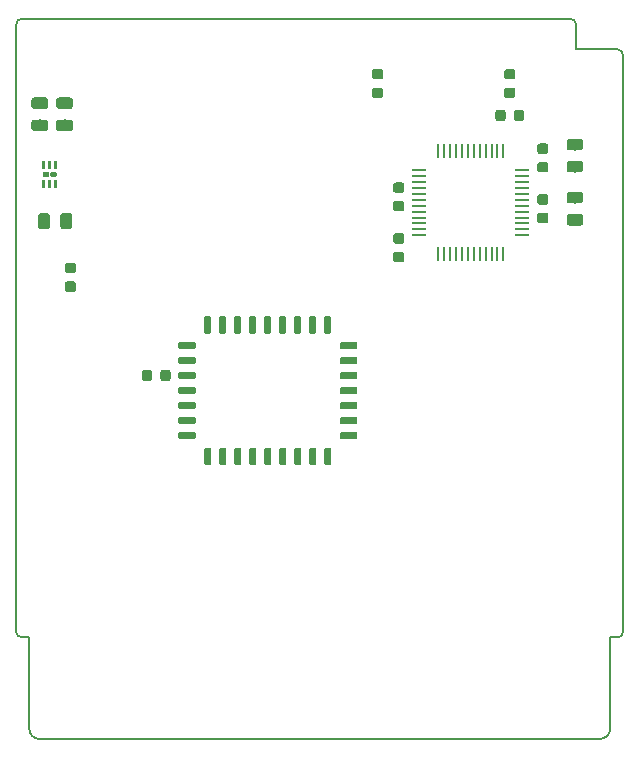
<source format=gbr>
G04 #@! TF.GenerationSoftware,KiCad,Pcbnew,5.1.2-f72e74a~84~ubuntu19.04.1*
G04 #@! TF.CreationDate,2019-06-20T20:29:00+03:00*
G04 #@! TF.ProjectId,GB-CART2M-A,47422d43-4152-4543-924d-2d412e6b6963,v1.1*
G04 #@! TF.SameCoordinates,Original*
G04 #@! TF.FileFunction,Paste,Top*
G04 #@! TF.FilePolarity,Positive*
%FSLAX46Y46*%
G04 Gerber Fmt 4.6, Leading zero omitted, Abs format (unit mm)*
G04 Created by KiCad (PCBNEW 5.1.2-f72e74a~84~ubuntu19.04.1) date 2019-06-20 20:29:00*
%MOMM*%
%LPD*%
G04 APERTURE LIST*
%ADD10C,0.150000*%
%ADD11C,0.100000*%
%ADD12C,0.875000*%
%ADD13C,0.975000*%
%ADD14C,0.250000*%
%ADD15C,0.400000*%
%ADD16C,0.600000*%
%ADD17R,0.250000X1.300000*%
%ADD18R,1.300000X0.250000*%
G04 APERTURE END LIST*
D10*
X74800000Y-91400000D02*
G75*
G02X74300000Y-90900000I0J500000D01*
G01*
X74300000Y-39500000D02*
G75*
G02X74800000Y-39000000I500000J0D01*
G01*
X121200000Y-39000000D02*
G75*
G02X121700000Y-39500000I0J-500000D01*
G01*
X125200000Y-41600000D02*
G75*
G02X125700000Y-42100000I0J-500000D01*
G01*
X125700000Y-90900000D02*
G75*
G02X125200000Y-91400000I-500000J0D01*
G01*
X76300000Y-100000000D02*
G75*
G02X75400000Y-99100000I0J900000D01*
G01*
X124600000Y-99100000D02*
G75*
G02X123700000Y-100000000I-900000J0D01*
G01*
X121700000Y-39500000D02*
X121700000Y-41600000D01*
X74800000Y-39000000D02*
X121200000Y-39000000D01*
X125200000Y-41600000D02*
X121700000Y-41600000D01*
X74300000Y-90900000D02*
X74300000Y-39500000D01*
X75400000Y-91400000D02*
X74800000Y-91400000D01*
X75400000Y-99100000D02*
X75400000Y-91400000D01*
X125700000Y-90900000D02*
X125700000Y-42100000D01*
X124600000Y-91400000D02*
X125200000Y-91400000D01*
X124600000Y-99100000D02*
X124600000Y-91400000D01*
X76300000Y-100000000D02*
X123700000Y-100000000D01*
D11*
G36*
X85615423Y-68732013D02*
G01*
X85636658Y-68735163D01*
X85657482Y-68740379D01*
X85677694Y-68747611D01*
X85697100Y-68756790D01*
X85715513Y-68767826D01*
X85732756Y-68780614D01*
X85748662Y-68795030D01*
X85763078Y-68810936D01*
X85775866Y-68828179D01*
X85786902Y-68846592D01*
X85796081Y-68865998D01*
X85803313Y-68886210D01*
X85808529Y-68907034D01*
X85811679Y-68928269D01*
X85812732Y-68949710D01*
X85812732Y-69462210D01*
X85811679Y-69483651D01*
X85808529Y-69504886D01*
X85803313Y-69525710D01*
X85796081Y-69545922D01*
X85786902Y-69565328D01*
X85775866Y-69583741D01*
X85763078Y-69600984D01*
X85748662Y-69616890D01*
X85732756Y-69631306D01*
X85715513Y-69644094D01*
X85697100Y-69655130D01*
X85677694Y-69664309D01*
X85657482Y-69671541D01*
X85636658Y-69676757D01*
X85615423Y-69679907D01*
X85593982Y-69680960D01*
X85156482Y-69680960D01*
X85135041Y-69679907D01*
X85113806Y-69676757D01*
X85092982Y-69671541D01*
X85072770Y-69664309D01*
X85053364Y-69655130D01*
X85034951Y-69644094D01*
X85017708Y-69631306D01*
X85001802Y-69616890D01*
X84987386Y-69600984D01*
X84974598Y-69583741D01*
X84963562Y-69565328D01*
X84954383Y-69545922D01*
X84947151Y-69525710D01*
X84941935Y-69504886D01*
X84938785Y-69483651D01*
X84937732Y-69462210D01*
X84937732Y-68949710D01*
X84938785Y-68928269D01*
X84941935Y-68907034D01*
X84947151Y-68886210D01*
X84954383Y-68865998D01*
X84963562Y-68846592D01*
X84974598Y-68828179D01*
X84987386Y-68810936D01*
X85001802Y-68795030D01*
X85017708Y-68780614D01*
X85034951Y-68767826D01*
X85053364Y-68756790D01*
X85072770Y-68747611D01*
X85092982Y-68740379D01*
X85113806Y-68735163D01*
X85135041Y-68732013D01*
X85156482Y-68730960D01*
X85593982Y-68730960D01*
X85615423Y-68732013D01*
X85615423Y-68732013D01*
G37*
D12*
X85375232Y-69205960D03*
D11*
G36*
X87190423Y-68732013D02*
G01*
X87211658Y-68735163D01*
X87232482Y-68740379D01*
X87252694Y-68747611D01*
X87272100Y-68756790D01*
X87290513Y-68767826D01*
X87307756Y-68780614D01*
X87323662Y-68795030D01*
X87338078Y-68810936D01*
X87350866Y-68828179D01*
X87361902Y-68846592D01*
X87371081Y-68865998D01*
X87378313Y-68886210D01*
X87383529Y-68907034D01*
X87386679Y-68928269D01*
X87387732Y-68949710D01*
X87387732Y-69462210D01*
X87386679Y-69483651D01*
X87383529Y-69504886D01*
X87378313Y-69525710D01*
X87371081Y-69545922D01*
X87361902Y-69565328D01*
X87350866Y-69583741D01*
X87338078Y-69600984D01*
X87323662Y-69616890D01*
X87307756Y-69631306D01*
X87290513Y-69644094D01*
X87272100Y-69655130D01*
X87252694Y-69664309D01*
X87232482Y-69671541D01*
X87211658Y-69676757D01*
X87190423Y-69679907D01*
X87168982Y-69680960D01*
X86731482Y-69680960D01*
X86710041Y-69679907D01*
X86688806Y-69676757D01*
X86667982Y-69671541D01*
X86647770Y-69664309D01*
X86628364Y-69655130D01*
X86609951Y-69644094D01*
X86592708Y-69631306D01*
X86576802Y-69616890D01*
X86562386Y-69600984D01*
X86549598Y-69583741D01*
X86538562Y-69565328D01*
X86529383Y-69545922D01*
X86522151Y-69525710D01*
X86516935Y-69504886D01*
X86513785Y-69483651D01*
X86512732Y-69462210D01*
X86512732Y-68949710D01*
X86513785Y-68928269D01*
X86516935Y-68907034D01*
X86522151Y-68886210D01*
X86529383Y-68865998D01*
X86538562Y-68846592D01*
X86549598Y-68828179D01*
X86562386Y-68810936D01*
X86576802Y-68795030D01*
X86592708Y-68780614D01*
X86609951Y-68767826D01*
X86628364Y-68756790D01*
X86647770Y-68747611D01*
X86667982Y-68740379D01*
X86688806Y-68735163D01*
X86710041Y-68732013D01*
X86731482Y-68730960D01*
X87168982Y-68730960D01*
X87190423Y-68732013D01*
X87190423Y-68732013D01*
G37*
D12*
X86950232Y-69205960D03*
D11*
G36*
X119177691Y-55451053D02*
G01*
X119198926Y-55454203D01*
X119219750Y-55459419D01*
X119239962Y-55466651D01*
X119259368Y-55475830D01*
X119277781Y-55486866D01*
X119295024Y-55499654D01*
X119310930Y-55514070D01*
X119325346Y-55529976D01*
X119338134Y-55547219D01*
X119349170Y-55565632D01*
X119358349Y-55585038D01*
X119365581Y-55605250D01*
X119370797Y-55626074D01*
X119373947Y-55647309D01*
X119375000Y-55668750D01*
X119375000Y-56106250D01*
X119373947Y-56127691D01*
X119370797Y-56148926D01*
X119365581Y-56169750D01*
X119358349Y-56189962D01*
X119349170Y-56209368D01*
X119338134Y-56227781D01*
X119325346Y-56245024D01*
X119310930Y-56260930D01*
X119295024Y-56275346D01*
X119277781Y-56288134D01*
X119259368Y-56299170D01*
X119239962Y-56308349D01*
X119219750Y-56315581D01*
X119198926Y-56320797D01*
X119177691Y-56323947D01*
X119156250Y-56325000D01*
X118643750Y-56325000D01*
X118622309Y-56323947D01*
X118601074Y-56320797D01*
X118580250Y-56315581D01*
X118560038Y-56308349D01*
X118540632Y-56299170D01*
X118522219Y-56288134D01*
X118504976Y-56275346D01*
X118489070Y-56260930D01*
X118474654Y-56245024D01*
X118461866Y-56227781D01*
X118450830Y-56209368D01*
X118441651Y-56189962D01*
X118434419Y-56169750D01*
X118429203Y-56148926D01*
X118426053Y-56127691D01*
X118425000Y-56106250D01*
X118425000Y-55668750D01*
X118426053Y-55647309D01*
X118429203Y-55626074D01*
X118434419Y-55605250D01*
X118441651Y-55585038D01*
X118450830Y-55565632D01*
X118461866Y-55547219D01*
X118474654Y-55529976D01*
X118489070Y-55514070D01*
X118504976Y-55499654D01*
X118522219Y-55486866D01*
X118540632Y-55475830D01*
X118560038Y-55466651D01*
X118580250Y-55459419D01*
X118601074Y-55454203D01*
X118622309Y-55451053D01*
X118643750Y-55450000D01*
X119156250Y-55450000D01*
X119177691Y-55451053D01*
X119177691Y-55451053D01*
G37*
D12*
X118900000Y-55887500D03*
D11*
G36*
X119177691Y-53876053D02*
G01*
X119198926Y-53879203D01*
X119219750Y-53884419D01*
X119239962Y-53891651D01*
X119259368Y-53900830D01*
X119277781Y-53911866D01*
X119295024Y-53924654D01*
X119310930Y-53939070D01*
X119325346Y-53954976D01*
X119338134Y-53972219D01*
X119349170Y-53990632D01*
X119358349Y-54010038D01*
X119365581Y-54030250D01*
X119370797Y-54051074D01*
X119373947Y-54072309D01*
X119375000Y-54093750D01*
X119375000Y-54531250D01*
X119373947Y-54552691D01*
X119370797Y-54573926D01*
X119365581Y-54594750D01*
X119358349Y-54614962D01*
X119349170Y-54634368D01*
X119338134Y-54652781D01*
X119325346Y-54670024D01*
X119310930Y-54685930D01*
X119295024Y-54700346D01*
X119277781Y-54713134D01*
X119259368Y-54724170D01*
X119239962Y-54733349D01*
X119219750Y-54740581D01*
X119198926Y-54745797D01*
X119177691Y-54748947D01*
X119156250Y-54750000D01*
X118643750Y-54750000D01*
X118622309Y-54748947D01*
X118601074Y-54745797D01*
X118580250Y-54740581D01*
X118560038Y-54733349D01*
X118540632Y-54724170D01*
X118522219Y-54713134D01*
X118504976Y-54700346D01*
X118489070Y-54685930D01*
X118474654Y-54670024D01*
X118461866Y-54652781D01*
X118450830Y-54634368D01*
X118441651Y-54614962D01*
X118434419Y-54594750D01*
X118429203Y-54573926D01*
X118426053Y-54552691D01*
X118425000Y-54531250D01*
X118425000Y-54093750D01*
X118426053Y-54072309D01*
X118429203Y-54051074D01*
X118434419Y-54030250D01*
X118441651Y-54010038D01*
X118450830Y-53990632D01*
X118461866Y-53972219D01*
X118474654Y-53954976D01*
X118489070Y-53939070D01*
X118504976Y-53924654D01*
X118522219Y-53911866D01*
X118540632Y-53900830D01*
X118560038Y-53891651D01*
X118580250Y-53884419D01*
X118601074Y-53879203D01*
X118622309Y-53876053D01*
X118643750Y-53875000D01*
X119156250Y-53875000D01*
X119177691Y-53876053D01*
X119177691Y-53876053D01*
G37*
D12*
X118900000Y-54312500D03*
D11*
G36*
X106977691Y-52876053D02*
G01*
X106998926Y-52879203D01*
X107019750Y-52884419D01*
X107039962Y-52891651D01*
X107059368Y-52900830D01*
X107077781Y-52911866D01*
X107095024Y-52924654D01*
X107110930Y-52939070D01*
X107125346Y-52954976D01*
X107138134Y-52972219D01*
X107149170Y-52990632D01*
X107158349Y-53010038D01*
X107165581Y-53030250D01*
X107170797Y-53051074D01*
X107173947Y-53072309D01*
X107175000Y-53093750D01*
X107175000Y-53531250D01*
X107173947Y-53552691D01*
X107170797Y-53573926D01*
X107165581Y-53594750D01*
X107158349Y-53614962D01*
X107149170Y-53634368D01*
X107138134Y-53652781D01*
X107125346Y-53670024D01*
X107110930Y-53685930D01*
X107095024Y-53700346D01*
X107077781Y-53713134D01*
X107059368Y-53724170D01*
X107039962Y-53733349D01*
X107019750Y-53740581D01*
X106998926Y-53745797D01*
X106977691Y-53748947D01*
X106956250Y-53750000D01*
X106443750Y-53750000D01*
X106422309Y-53748947D01*
X106401074Y-53745797D01*
X106380250Y-53740581D01*
X106360038Y-53733349D01*
X106340632Y-53724170D01*
X106322219Y-53713134D01*
X106304976Y-53700346D01*
X106289070Y-53685930D01*
X106274654Y-53670024D01*
X106261866Y-53652781D01*
X106250830Y-53634368D01*
X106241651Y-53614962D01*
X106234419Y-53594750D01*
X106229203Y-53573926D01*
X106226053Y-53552691D01*
X106225000Y-53531250D01*
X106225000Y-53093750D01*
X106226053Y-53072309D01*
X106229203Y-53051074D01*
X106234419Y-53030250D01*
X106241651Y-53010038D01*
X106250830Y-52990632D01*
X106261866Y-52972219D01*
X106274654Y-52954976D01*
X106289070Y-52939070D01*
X106304976Y-52924654D01*
X106322219Y-52911866D01*
X106340632Y-52900830D01*
X106360038Y-52891651D01*
X106380250Y-52884419D01*
X106401074Y-52879203D01*
X106422309Y-52876053D01*
X106443750Y-52875000D01*
X106956250Y-52875000D01*
X106977691Y-52876053D01*
X106977691Y-52876053D01*
G37*
D12*
X106700000Y-53312500D03*
D11*
G36*
X106977691Y-54451053D02*
G01*
X106998926Y-54454203D01*
X107019750Y-54459419D01*
X107039962Y-54466651D01*
X107059368Y-54475830D01*
X107077781Y-54486866D01*
X107095024Y-54499654D01*
X107110930Y-54514070D01*
X107125346Y-54529976D01*
X107138134Y-54547219D01*
X107149170Y-54565632D01*
X107158349Y-54585038D01*
X107165581Y-54605250D01*
X107170797Y-54626074D01*
X107173947Y-54647309D01*
X107175000Y-54668750D01*
X107175000Y-55106250D01*
X107173947Y-55127691D01*
X107170797Y-55148926D01*
X107165581Y-55169750D01*
X107158349Y-55189962D01*
X107149170Y-55209368D01*
X107138134Y-55227781D01*
X107125346Y-55245024D01*
X107110930Y-55260930D01*
X107095024Y-55275346D01*
X107077781Y-55288134D01*
X107059368Y-55299170D01*
X107039962Y-55308349D01*
X107019750Y-55315581D01*
X106998926Y-55320797D01*
X106977691Y-55323947D01*
X106956250Y-55325000D01*
X106443750Y-55325000D01*
X106422309Y-55323947D01*
X106401074Y-55320797D01*
X106380250Y-55315581D01*
X106360038Y-55308349D01*
X106340632Y-55299170D01*
X106322219Y-55288134D01*
X106304976Y-55275346D01*
X106289070Y-55260930D01*
X106274654Y-55245024D01*
X106261866Y-55227781D01*
X106250830Y-55209368D01*
X106241651Y-55189962D01*
X106234419Y-55169750D01*
X106229203Y-55148926D01*
X106226053Y-55127691D01*
X106225000Y-55106250D01*
X106225000Y-54668750D01*
X106226053Y-54647309D01*
X106229203Y-54626074D01*
X106234419Y-54605250D01*
X106241651Y-54585038D01*
X106250830Y-54565632D01*
X106261866Y-54547219D01*
X106274654Y-54529976D01*
X106289070Y-54514070D01*
X106304976Y-54499654D01*
X106322219Y-54486866D01*
X106340632Y-54475830D01*
X106360038Y-54466651D01*
X106380250Y-54459419D01*
X106401074Y-54454203D01*
X106422309Y-54451053D01*
X106443750Y-54450000D01*
X106956250Y-54450000D01*
X106977691Y-54451053D01*
X106977691Y-54451053D01*
G37*
D12*
X106700000Y-54887500D03*
D11*
G36*
X106977691Y-58751053D02*
G01*
X106998926Y-58754203D01*
X107019750Y-58759419D01*
X107039962Y-58766651D01*
X107059368Y-58775830D01*
X107077781Y-58786866D01*
X107095024Y-58799654D01*
X107110930Y-58814070D01*
X107125346Y-58829976D01*
X107138134Y-58847219D01*
X107149170Y-58865632D01*
X107158349Y-58885038D01*
X107165581Y-58905250D01*
X107170797Y-58926074D01*
X107173947Y-58947309D01*
X107175000Y-58968750D01*
X107175000Y-59406250D01*
X107173947Y-59427691D01*
X107170797Y-59448926D01*
X107165581Y-59469750D01*
X107158349Y-59489962D01*
X107149170Y-59509368D01*
X107138134Y-59527781D01*
X107125346Y-59545024D01*
X107110930Y-59560930D01*
X107095024Y-59575346D01*
X107077781Y-59588134D01*
X107059368Y-59599170D01*
X107039962Y-59608349D01*
X107019750Y-59615581D01*
X106998926Y-59620797D01*
X106977691Y-59623947D01*
X106956250Y-59625000D01*
X106443750Y-59625000D01*
X106422309Y-59623947D01*
X106401074Y-59620797D01*
X106380250Y-59615581D01*
X106360038Y-59608349D01*
X106340632Y-59599170D01*
X106322219Y-59588134D01*
X106304976Y-59575346D01*
X106289070Y-59560930D01*
X106274654Y-59545024D01*
X106261866Y-59527781D01*
X106250830Y-59509368D01*
X106241651Y-59489962D01*
X106234419Y-59469750D01*
X106229203Y-59448926D01*
X106226053Y-59427691D01*
X106225000Y-59406250D01*
X106225000Y-58968750D01*
X106226053Y-58947309D01*
X106229203Y-58926074D01*
X106234419Y-58905250D01*
X106241651Y-58885038D01*
X106250830Y-58865632D01*
X106261866Y-58847219D01*
X106274654Y-58829976D01*
X106289070Y-58814070D01*
X106304976Y-58799654D01*
X106322219Y-58786866D01*
X106340632Y-58775830D01*
X106360038Y-58766651D01*
X106380250Y-58759419D01*
X106401074Y-58754203D01*
X106422309Y-58751053D01*
X106443750Y-58750000D01*
X106956250Y-58750000D01*
X106977691Y-58751053D01*
X106977691Y-58751053D01*
G37*
D12*
X106700000Y-59187500D03*
D11*
G36*
X106977691Y-57176053D02*
G01*
X106998926Y-57179203D01*
X107019750Y-57184419D01*
X107039962Y-57191651D01*
X107059368Y-57200830D01*
X107077781Y-57211866D01*
X107095024Y-57224654D01*
X107110930Y-57239070D01*
X107125346Y-57254976D01*
X107138134Y-57272219D01*
X107149170Y-57290632D01*
X107158349Y-57310038D01*
X107165581Y-57330250D01*
X107170797Y-57351074D01*
X107173947Y-57372309D01*
X107175000Y-57393750D01*
X107175000Y-57831250D01*
X107173947Y-57852691D01*
X107170797Y-57873926D01*
X107165581Y-57894750D01*
X107158349Y-57914962D01*
X107149170Y-57934368D01*
X107138134Y-57952781D01*
X107125346Y-57970024D01*
X107110930Y-57985930D01*
X107095024Y-58000346D01*
X107077781Y-58013134D01*
X107059368Y-58024170D01*
X107039962Y-58033349D01*
X107019750Y-58040581D01*
X106998926Y-58045797D01*
X106977691Y-58048947D01*
X106956250Y-58050000D01*
X106443750Y-58050000D01*
X106422309Y-58048947D01*
X106401074Y-58045797D01*
X106380250Y-58040581D01*
X106360038Y-58033349D01*
X106340632Y-58024170D01*
X106322219Y-58013134D01*
X106304976Y-58000346D01*
X106289070Y-57985930D01*
X106274654Y-57970024D01*
X106261866Y-57952781D01*
X106250830Y-57934368D01*
X106241651Y-57914962D01*
X106234419Y-57894750D01*
X106229203Y-57873926D01*
X106226053Y-57852691D01*
X106225000Y-57831250D01*
X106225000Y-57393750D01*
X106226053Y-57372309D01*
X106229203Y-57351074D01*
X106234419Y-57330250D01*
X106241651Y-57310038D01*
X106250830Y-57290632D01*
X106261866Y-57272219D01*
X106274654Y-57254976D01*
X106289070Y-57239070D01*
X106304976Y-57224654D01*
X106322219Y-57211866D01*
X106340632Y-57200830D01*
X106360038Y-57191651D01*
X106380250Y-57184419D01*
X106401074Y-57179203D01*
X106422309Y-57176053D01*
X106443750Y-57175000D01*
X106956250Y-57175000D01*
X106977691Y-57176053D01*
X106977691Y-57176053D01*
G37*
D12*
X106700000Y-57612500D03*
D11*
G36*
X119177691Y-49576053D02*
G01*
X119198926Y-49579203D01*
X119219750Y-49584419D01*
X119239962Y-49591651D01*
X119259368Y-49600830D01*
X119277781Y-49611866D01*
X119295024Y-49624654D01*
X119310930Y-49639070D01*
X119325346Y-49654976D01*
X119338134Y-49672219D01*
X119349170Y-49690632D01*
X119358349Y-49710038D01*
X119365581Y-49730250D01*
X119370797Y-49751074D01*
X119373947Y-49772309D01*
X119375000Y-49793750D01*
X119375000Y-50231250D01*
X119373947Y-50252691D01*
X119370797Y-50273926D01*
X119365581Y-50294750D01*
X119358349Y-50314962D01*
X119349170Y-50334368D01*
X119338134Y-50352781D01*
X119325346Y-50370024D01*
X119310930Y-50385930D01*
X119295024Y-50400346D01*
X119277781Y-50413134D01*
X119259368Y-50424170D01*
X119239962Y-50433349D01*
X119219750Y-50440581D01*
X119198926Y-50445797D01*
X119177691Y-50448947D01*
X119156250Y-50450000D01*
X118643750Y-50450000D01*
X118622309Y-50448947D01*
X118601074Y-50445797D01*
X118580250Y-50440581D01*
X118560038Y-50433349D01*
X118540632Y-50424170D01*
X118522219Y-50413134D01*
X118504976Y-50400346D01*
X118489070Y-50385930D01*
X118474654Y-50370024D01*
X118461866Y-50352781D01*
X118450830Y-50334368D01*
X118441651Y-50314962D01*
X118434419Y-50294750D01*
X118429203Y-50273926D01*
X118426053Y-50252691D01*
X118425000Y-50231250D01*
X118425000Y-49793750D01*
X118426053Y-49772309D01*
X118429203Y-49751074D01*
X118434419Y-49730250D01*
X118441651Y-49710038D01*
X118450830Y-49690632D01*
X118461866Y-49672219D01*
X118474654Y-49654976D01*
X118489070Y-49639070D01*
X118504976Y-49624654D01*
X118522219Y-49611866D01*
X118540632Y-49600830D01*
X118560038Y-49591651D01*
X118580250Y-49584419D01*
X118601074Y-49579203D01*
X118622309Y-49576053D01*
X118643750Y-49575000D01*
X119156250Y-49575000D01*
X119177691Y-49576053D01*
X119177691Y-49576053D01*
G37*
D12*
X118900000Y-50012500D03*
D11*
G36*
X119177691Y-51151053D02*
G01*
X119198926Y-51154203D01*
X119219750Y-51159419D01*
X119239962Y-51166651D01*
X119259368Y-51175830D01*
X119277781Y-51186866D01*
X119295024Y-51199654D01*
X119310930Y-51214070D01*
X119325346Y-51229976D01*
X119338134Y-51247219D01*
X119349170Y-51265632D01*
X119358349Y-51285038D01*
X119365581Y-51305250D01*
X119370797Y-51326074D01*
X119373947Y-51347309D01*
X119375000Y-51368750D01*
X119375000Y-51806250D01*
X119373947Y-51827691D01*
X119370797Y-51848926D01*
X119365581Y-51869750D01*
X119358349Y-51889962D01*
X119349170Y-51909368D01*
X119338134Y-51927781D01*
X119325346Y-51945024D01*
X119310930Y-51960930D01*
X119295024Y-51975346D01*
X119277781Y-51988134D01*
X119259368Y-51999170D01*
X119239962Y-52008349D01*
X119219750Y-52015581D01*
X119198926Y-52020797D01*
X119177691Y-52023947D01*
X119156250Y-52025000D01*
X118643750Y-52025000D01*
X118622309Y-52023947D01*
X118601074Y-52020797D01*
X118580250Y-52015581D01*
X118560038Y-52008349D01*
X118540632Y-51999170D01*
X118522219Y-51988134D01*
X118504976Y-51975346D01*
X118489070Y-51960930D01*
X118474654Y-51945024D01*
X118461866Y-51927781D01*
X118450830Y-51909368D01*
X118441651Y-51889962D01*
X118434419Y-51869750D01*
X118429203Y-51848926D01*
X118426053Y-51827691D01*
X118425000Y-51806250D01*
X118425000Y-51368750D01*
X118426053Y-51347309D01*
X118429203Y-51326074D01*
X118434419Y-51305250D01*
X118441651Y-51285038D01*
X118450830Y-51265632D01*
X118461866Y-51247219D01*
X118474654Y-51229976D01*
X118489070Y-51214070D01*
X118504976Y-51199654D01*
X118522219Y-51186866D01*
X118540632Y-51175830D01*
X118560038Y-51166651D01*
X118580250Y-51159419D01*
X118601074Y-51154203D01*
X118622309Y-51151053D01*
X118643750Y-51150000D01*
X119156250Y-51150000D01*
X119177691Y-51151053D01*
X119177691Y-51151053D01*
G37*
D12*
X118900000Y-51587500D03*
D11*
G36*
X78880142Y-45676174D02*
G01*
X78903803Y-45679684D01*
X78927007Y-45685496D01*
X78949529Y-45693554D01*
X78971153Y-45703782D01*
X78991670Y-45716079D01*
X79010883Y-45730329D01*
X79028607Y-45746393D01*
X79044671Y-45764117D01*
X79058921Y-45783330D01*
X79071218Y-45803847D01*
X79081446Y-45825471D01*
X79089504Y-45847993D01*
X79095316Y-45871197D01*
X79098826Y-45894858D01*
X79100000Y-45918750D01*
X79100000Y-46406250D01*
X79098826Y-46430142D01*
X79095316Y-46453803D01*
X79089504Y-46477007D01*
X79081446Y-46499529D01*
X79071218Y-46521153D01*
X79058921Y-46541670D01*
X79044671Y-46560883D01*
X79028607Y-46578607D01*
X79010883Y-46594671D01*
X78991670Y-46608921D01*
X78971153Y-46621218D01*
X78949529Y-46631446D01*
X78927007Y-46639504D01*
X78903803Y-46645316D01*
X78880142Y-46648826D01*
X78856250Y-46650000D01*
X77943750Y-46650000D01*
X77919858Y-46648826D01*
X77896197Y-46645316D01*
X77872993Y-46639504D01*
X77850471Y-46631446D01*
X77828847Y-46621218D01*
X77808330Y-46608921D01*
X77789117Y-46594671D01*
X77771393Y-46578607D01*
X77755329Y-46560883D01*
X77741079Y-46541670D01*
X77728782Y-46521153D01*
X77718554Y-46499529D01*
X77710496Y-46477007D01*
X77704684Y-46453803D01*
X77701174Y-46430142D01*
X77700000Y-46406250D01*
X77700000Y-45918750D01*
X77701174Y-45894858D01*
X77704684Y-45871197D01*
X77710496Y-45847993D01*
X77718554Y-45825471D01*
X77728782Y-45803847D01*
X77741079Y-45783330D01*
X77755329Y-45764117D01*
X77771393Y-45746393D01*
X77789117Y-45730329D01*
X77808330Y-45716079D01*
X77828847Y-45703782D01*
X77850471Y-45693554D01*
X77872993Y-45685496D01*
X77896197Y-45679684D01*
X77919858Y-45676174D01*
X77943750Y-45675000D01*
X78856250Y-45675000D01*
X78880142Y-45676174D01*
X78880142Y-45676174D01*
G37*
D13*
X78400000Y-46162500D03*
D11*
G36*
X78880142Y-47551174D02*
G01*
X78903803Y-47554684D01*
X78927007Y-47560496D01*
X78949529Y-47568554D01*
X78971153Y-47578782D01*
X78991670Y-47591079D01*
X79010883Y-47605329D01*
X79028607Y-47621393D01*
X79044671Y-47639117D01*
X79058921Y-47658330D01*
X79071218Y-47678847D01*
X79081446Y-47700471D01*
X79089504Y-47722993D01*
X79095316Y-47746197D01*
X79098826Y-47769858D01*
X79100000Y-47793750D01*
X79100000Y-48281250D01*
X79098826Y-48305142D01*
X79095316Y-48328803D01*
X79089504Y-48352007D01*
X79081446Y-48374529D01*
X79071218Y-48396153D01*
X79058921Y-48416670D01*
X79044671Y-48435883D01*
X79028607Y-48453607D01*
X79010883Y-48469671D01*
X78991670Y-48483921D01*
X78971153Y-48496218D01*
X78949529Y-48506446D01*
X78927007Y-48514504D01*
X78903803Y-48520316D01*
X78880142Y-48523826D01*
X78856250Y-48525000D01*
X77943750Y-48525000D01*
X77919858Y-48523826D01*
X77896197Y-48520316D01*
X77872993Y-48514504D01*
X77850471Y-48506446D01*
X77828847Y-48496218D01*
X77808330Y-48483921D01*
X77789117Y-48469671D01*
X77771393Y-48453607D01*
X77755329Y-48435883D01*
X77741079Y-48416670D01*
X77728782Y-48396153D01*
X77718554Y-48374529D01*
X77710496Y-48352007D01*
X77704684Y-48328803D01*
X77701174Y-48305142D01*
X77700000Y-48281250D01*
X77700000Y-47793750D01*
X77701174Y-47769858D01*
X77704684Y-47746197D01*
X77710496Y-47722993D01*
X77718554Y-47700471D01*
X77728782Y-47678847D01*
X77741079Y-47658330D01*
X77755329Y-47639117D01*
X77771393Y-47621393D01*
X77789117Y-47605329D01*
X77808330Y-47591079D01*
X77828847Y-47578782D01*
X77850471Y-47568554D01*
X77872993Y-47560496D01*
X77896197Y-47554684D01*
X77919858Y-47551174D01*
X77943750Y-47550000D01*
X78856250Y-47550000D01*
X78880142Y-47551174D01*
X78880142Y-47551174D01*
G37*
D13*
X78400000Y-48037500D03*
D11*
G36*
X76780142Y-45676174D02*
G01*
X76803803Y-45679684D01*
X76827007Y-45685496D01*
X76849529Y-45693554D01*
X76871153Y-45703782D01*
X76891670Y-45716079D01*
X76910883Y-45730329D01*
X76928607Y-45746393D01*
X76944671Y-45764117D01*
X76958921Y-45783330D01*
X76971218Y-45803847D01*
X76981446Y-45825471D01*
X76989504Y-45847993D01*
X76995316Y-45871197D01*
X76998826Y-45894858D01*
X77000000Y-45918750D01*
X77000000Y-46406250D01*
X76998826Y-46430142D01*
X76995316Y-46453803D01*
X76989504Y-46477007D01*
X76981446Y-46499529D01*
X76971218Y-46521153D01*
X76958921Y-46541670D01*
X76944671Y-46560883D01*
X76928607Y-46578607D01*
X76910883Y-46594671D01*
X76891670Y-46608921D01*
X76871153Y-46621218D01*
X76849529Y-46631446D01*
X76827007Y-46639504D01*
X76803803Y-46645316D01*
X76780142Y-46648826D01*
X76756250Y-46650000D01*
X75843750Y-46650000D01*
X75819858Y-46648826D01*
X75796197Y-46645316D01*
X75772993Y-46639504D01*
X75750471Y-46631446D01*
X75728847Y-46621218D01*
X75708330Y-46608921D01*
X75689117Y-46594671D01*
X75671393Y-46578607D01*
X75655329Y-46560883D01*
X75641079Y-46541670D01*
X75628782Y-46521153D01*
X75618554Y-46499529D01*
X75610496Y-46477007D01*
X75604684Y-46453803D01*
X75601174Y-46430142D01*
X75600000Y-46406250D01*
X75600000Y-45918750D01*
X75601174Y-45894858D01*
X75604684Y-45871197D01*
X75610496Y-45847993D01*
X75618554Y-45825471D01*
X75628782Y-45803847D01*
X75641079Y-45783330D01*
X75655329Y-45764117D01*
X75671393Y-45746393D01*
X75689117Y-45730329D01*
X75708330Y-45716079D01*
X75728847Y-45703782D01*
X75750471Y-45693554D01*
X75772993Y-45685496D01*
X75796197Y-45679684D01*
X75819858Y-45676174D01*
X75843750Y-45675000D01*
X76756250Y-45675000D01*
X76780142Y-45676174D01*
X76780142Y-45676174D01*
G37*
D13*
X76300000Y-46162500D03*
D11*
G36*
X76780142Y-47551174D02*
G01*
X76803803Y-47554684D01*
X76827007Y-47560496D01*
X76849529Y-47568554D01*
X76871153Y-47578782D01*
X76891670Y-47591079D01*
X76910883Y-47605329D01*
X76928607Y-47621393D01*
X76944671Y-47639117D01*
X76958921Y-47658330D01*
X76971218Y-47678847D01*
X76981446Y-47700471D01*
X76989504Y-47722993D01*
X76995316Y-47746197D01*
X76998826Y-47769858D01*
X77000000Y-47793750D01*
X77000000Y-48281250D01*
X76998826Y-48305142D01*
X76995316Y-48328803D01*
X76989504Y-48352007D01*
X76981446Y-48374529D01*
X76971218Y-48396153D01*
X76958921Y-48416670D01*
X76944671Y-48435883D01*
X76928607Y-48453607D01*
X76910883Y-48469671D01*
X76891670Y-48483921D01*
X76871153Y-48496218D01*
X76849529Y-48506446D01*
X76827007Y-48514504D01*
X76803803Y-48520316D01*
X76780142Y-48523826D01*
X76756250Y-48525000D01*
X75843750Y-48525000D01*
X75819858Y-48523826D01*
X75796197Y-48520316D01*
X75772993Y-48514504D01*
X75750471Y-48506446D01*
X75728847Y-48496218D01*
X75708330Y-48483921D01*
X75689117Y-48469671D01*
X75671393Y-48453607D01*
X75655329Y-48435883D01*
X75641079Y-48416670D01*
X75628782Y-48396153D01*
X75618554Y-48374529D01*
X75610496Y-48352007D01*
X75604684Y-48328803D01*
X75601174Y-48305142D01*
X75600000Y-48281250D01*
X75600000Y-47793750D01*
X75601174Y-47769858D01*
X75604684Y-47746197D01*
X75610496Y-47722993D01*
X75618554Y-47700471D01*
X75628782Y-47678847D01*
X75641079Y-47658330D01*
X75655329Y-47639117D01*
X75671393Y-47621393D01*
X75689117Y-47605329D01*
X75708330Y-47591079D01*
X75728847Y-47578782D01*
X75750471Y-47568554D01*
X75772993Y-47560496D01*
X75796197Y-47554684D01*
X75819858Y-47551174D01*
X75843750Y-47550000D01*
X76756250Y-47550000D01*
X76780142Y-47551174D01*
X76780142Y-47551174D01*
G37*
D13*
X76300000Y-48037500D03*
D11*
G36*
X122080142Y-55551174D02*
G01*
X122103803Y-55554684D01*
X122127007Y-55560496D01*
X122149529Y-55568554D01*
X122171153Y-55578782D01*
X122191670Y-55591079D01*
X122210883Y-55605329D01*
X122228607Y-55621393D01*
X122244671Y-55639117D01*
X122258921Y-55658330D01*
X122271218Y-55678847D01*
X122281446Y-55700471D01*
X122289504Y-55722993D01*
X122295316Y-55746197D01*
X122298826Y-55769858D01*
X122300000Y-55793750D01*
X122300000Y-56281250D01*
X122298826Y-56305142D01*
X122295316Y-56328803D01*
X122289504Y-56352007D01*
X122281446Y-56374529D01*
X122271218Y-56396153D01*
X122258921Y-56416670D01*
X122244671Y-56435883D01*
X122228607Y-56453607D01*
X122210883Y-56469671D01*
X122191670Y-56483921D01*
X122171153Y-56496218D01*
X122149529Y-56506446D01*
X122127007Y-56514504D01*
X122103803Y-56520316D01*
X122080142Y-56523826D01*
X122056250Y-56525000D01*
X121143750Y-56525000D01*
X121119858Y-56523826D01*
X121096197Y-56520316D01*
X121072993Y-56514504D01*
X121050471Y-56506446D01*
X121028847Y-56496218D01*
X121008330Y-56483921D01*
X120989117Y-56469671D01*
X120971393Y-56453607D01*
X120955329Y-56435883D01*
X120941079Y-56416670D01*
X120928782Y-56396153D01*
X120918554Y-56374529D01*
X120910496Y-56352007D01*
X120904684Y-56328803D01*
X120901174Y-56305142D01*
X120900000Y-56281250D01*
X120900000Y-55793750D01*
X120901174Y-55769858D01*
X120904684Y-55746197D01*
X120910496Y-55722993D01*
X120918554Y-55700471D01*
X120928782Y-55678847D01*
X120941079Y-55658330D01*
X120955329Y-55639117D01*
X120971393Y-55621393D01*
X120989117Y-55605329D01*
X121008330Y-55591079D01*
X121028847Y-55578782D01*
X121050471Y-55568554D01*
X121072993Y-55560496D01*
X121096197Y-55554684D01*
X121119858Y-55551174D01*
X121143750Y-55550000D01*
X122056250Y-55550000D01*
X122080142Y-55551174D01*
X122080142Y-55551174D01*
G37*
D13*
X121600000Y-56037500D03*
D11*
G36*
X122080142Y-53676174D02*
G01*
X122103803Y-53679684D01*
X122127007Y-53685496D01*
X122149529Y-53693554D01*
X122171153Y-53703782D01*
X122191670Y-53716079D01*
X122210883Y-53730329D01*
X122228607Y-53746393D01*
X122244671Y-53764117D01*
X122258921Y-53783330D01*
X122271218Y-53803847D01*
X122281446Y-53825471D01*
X122289504Y-53847993D01*
X122295316Y-53871197D01*
X122298826Y-53894858D01*
X122300000Y-53918750D01*
X122300000Y-54406250D01*
X122298826Y-54430142D01*
X122295316Y-54453803D01*
X122289504Y-54477007D01*
X122281446Y-54499529D01*
X122271218Y-54521153D01*
X122258921Y-54541670D01*
X122244671Y-54560883D01*
X122228607Y-54578607D01*
X122210883Y-54594671D01*
X122191670Y-54608921D01*
X122171153Y-54621218D01*
X122149529Y-54631446D01*
X122127007Y-54639504D01*
X122103803Y-54645316D01*
X122080142Y-54648826D01*
X122056250Y-54650000D01*
X121143750Y-54650000D01*
X121119858Y-54648826D01*
X121096197Y-54645316D01*
X121072993Y-54639504D01*
X121050471Y-54631446D01*
X121028847Y-54621218D01*
X121008330Y-54608921D01*
X120989117Y-54594671D01*
X120971393Y-54578607D01*
X120955329Y-54560883D01*
X120941079Y-54541670D01*
X120928782Y-54521153D01*
X120918554Y-54499529D01*
X120910496Y-54477007D01*
X120904684Y-54453803D01*
X120901174Y-54430142D01*
X120900000Y-54406250D01*
X120900000Y-53918750D01*
X120901174Y-53894858D01*
X120904684Y-53871197D01*
X120910496Y-53847993D01*
X120918554Y-53825471D01*
X120928782Y-53803847D01*
X120941079Y-53783330D01*
X120955329Y-53764117D01*
X120971393Y-53746393D01*
X120989117Y-53730329D01*
X121008330Y-53716079D01*
X121028847Y-53703782D01*
X121050471Y-53693554D01*
X121072993Y-53685496D01*
X121096197Y-53679684D01*
X121119858Y-53676174D01*
X121143750Y-53675000D01*
X122056250Y-53675000D01*
X122080142Y-53676174D01*
X122080142Y-53676174D01*
G37*
D13*
X121600000Y-54162500D03*
D11*
G36*
X122080142Y-49176174D02*
G01*
X122103803Y-49179684D01*
X122127007Y-49185496D01*
X122149529Y-49193554D01*
X122171153Y-49203782D01*
X122191670Y-49216079D01*
X122210883Y-49230329D01*
X122228607Y-49246393D01*
X122244671Y-49264117D01*
X122258921Y-49283330D01*
X122271218Y-49303847D01*
X122281446Y-49325471D01*
X122289504Y-49347993D01*
X122295316Y-49371197D01*
X122298826Y-49394858D01*
X122300000Y-49418750D01*
X122300000Y-49906250D01*
X122298826Y-49930142D01*
X122295316Y-49953803D01*
X122289504Y-49977007D01*
X122281446Y-49999529D01*
X122271218Y-50021153D01*
X122258921Y-50041670D01*
X122244671Y-50060883D01*
X122228607Y-50078607D01*
X122210883Y-50094671D01*
X122191670Y-50108921D01*
X122171153Y-50121218D01*
X122149529Y-50131446D01*
X122127007Y-50139504D01*
X122103803Y-50145316D01*
X122080142Y-50148826D01*
X122056250Y-50150000D01*
X121143750Y-50150000D01*
X121119858Y-50148826D01*
X121096197Y-50145316D01*
X121072993Y-50139504D01*
X121050471Y-50131446D01*
X121028847Y-50121218D01*
X121008330Y-50108921D01*
X120989117Y-50094671D01*
X120971393Y-50078607D01*
X120955329Y-50060883D01*
X120941079Y-50041670D01*
X120928782Y-50021153D01*
X120918554Y-49999529D01*
X120910496Y-49977007D01*
X120904684Y-49953803D01*
X120901174Y-49930142D01*
X120900000Y-49906250D01*
X120900000Y-49418750D01*
X120901174Y-49394858D01*
X120904684Y-49371197D01*
X120910496Y-49347993D01*
X120918554Y-49325471D01*
X120928782Y-49303847D01*
X120941079Y-49283330D01*
X120955329Y-49264117D01*
X120971393Y-49246393D01*
X120989117Y-49230329D01*
X121008330Y-49216079D01*
X121028847Y-49203782D01*
X121050471Y-49193554D01*
X121072993Y-49185496D01*
X121096197Y-49179684D01*
X121119858Y-49176174D01*
X121143750Y-49175000D01*
X122056250Y-49175000D01*
X122080142Y-49176174D01*
X122080142Y-49176174D01*
G37*
D13*
X121600000Y-49662500D03*
D11*
G36*
X122080142Y-51051174D02*
G01*
X122103803Y-51054684D01*
X122127007Y-51060496D01*
X122149529Y-51068554D01*
X122171153Y-51078782D01*
X122191670Y-51091079D01*
X122210883Y-51105329D01*
X122228607Y-51121393D01*
X122244671Y-51139117D01*
X122258921Y-51158330D01*
X122271218Y-51178847D01*
X122281446Y-51200471D01*
X122289504Y-51222993D01*
X122295316Y-51246197D01*
X122298826Y-51269858D01*
X122300000Y-51293750D01*
X122300000Y-51781250D01*
X122298826Y-51805142D01*
X122295316Y-51828803D01*
X122289504Y-51852007D01*
X122281446Y-51874529D01*
X122271218Y-51896153D01*
X122258921Y-51916670D01*
X122244671Y-51935883D01*
X122228607Y-51953607D01*
X122210883Y-51969671D01*
X122191670Y-51983921D01*
X122171153Y-51996218D01*
X122149529Y-52006446D01*
X122127007Y-52014504D01*
X122103803Y-52020316D01*
X122080142Y-52023826D01*
X122056250Y-52025000D01*
X121143750Y-52025000D01*
X121119858Y-52023826D01*
X121096197Y-52020316D01*
X121072993Y-52014504D01*
X121050471Y-52006446D01*
X121028847Y-51996218D01*
X121008330Y-51983921D01*
X120989117Y-51969671D01*
X120971393Y-51953607D01*
X120955329Y-51935883D01*
X120941079Y-51916670D01*
X120928782Y-51896153D01*
X120918554Y-51874529D01*
X120910496Y-51852007D01*
X120904684Y-51828803D01*
X120901174Y-51805142D01*
X120900000Y-51781250D01*
X120900000Y-51293750D01*
X120901174Y-51269858D01*
X120904684Y-51246197D01*
X120910496Y-51222993D01*
X120918554Y-51200471D01*
X120928782Y-51178847D01*
X120941079Y-51158330D01*
X120955329Y-51139117D01*
X120971393Y-51121393D01*
X120989117Y-51105329D01*
X121008330Y-51091079D01*
X121028847Y-51078782D01*
X121050471Y-51068554D01*
X121072993Y-51060496D01*
X121096197Y-51054684D01*
X121119858Y-51051174D01*
X121143750Y-51050000D01*
X122056250Y-51050000D01*
X122080142Y-51051174D01*
X122080142Y-51051174D01*
G37*
D13*
X121600000Y-51537500D03*
D11*
G36*
X78805142Y-55451174D02*
G01*
X78828803Y-55454684D01*
X78852007Y-55460496D01*
X78874529Y-55468554D01*
X78896153Y-55478782D01*
X78916670Y-55491079D01*
X78935883Y-55505329D01*
X78953607Y-55521393D01*
X78969671Y-55539117D01*
X78983921Y-55558330D01*
X78996218Y-55578847D01*
X79006446Y-55600471D01*
X79014504Y-55622993D01*
X79020316Y-55646197D01*
X79023826Y-55669858D01*
X79025000Y-55693750D01*
X79025000Y-56606250D01*
X79023826Y-56630142D01*
X79020316Y-56653803D01*
X79014504Y-56677007D01*
X79006446Y-56699529D01*
X78996218Y-56721153D01*
X78983921Y-56741670D01*
X78969671Y-56760883D01*
X78953607Y-56778607D01*
X78935883Y-56794671D01*
X78916670Y-56808921D01*
X78896153Y-56821218D01*
X78874529Y-56831446D01*
X78852007Y-56839504D01*
X78828803Y-56845316D01*
X78805142Y-56848826D01*
X78781250Y-56850000D01*
X78293750Y-56850000D01*
X78269858Y-56848826D01*
X78246197Y-56845316D01*
X78222993Y-56839504D01*
X78200471Y-56831446D01*
X78178847Y-56821218D01*
X78158330Y-56808921D01*
X78139117Y-56794671D01*
X78121393Y-56778607D01*
X78105329Y-56760883D01*
X78091079Y-56741670D01*
X78078782Y-56721153D01*
X78068554Y-56699529D01*
X78060496Y-56677007D01*
X78054684Y-56653803D01*
X78051174Y-56630142D01*
X78050000Y-56606250D01*
X78050000Y-55693750D01*
X78051174Y-55669858D01*
X78054684Y-55646197D01*
X78060496Y-55622993D01*
X78068554Y-55600471D01*
X78078782Y-55578847D01*
X78091079Y-55558330D01*
X78105329Y-55539117D01*
X78121393Y-55521393D01*
X78139117Y-55505329D01*
X78158330Y-55491079D01*
X78178847Y-55478782D01*
X78200471Y-55468554D01*
X78222993Y-55460496D01*
X78246197Y-55454684D01*
X78269858Y-55451174D01*
X78293750Y-55450000D01*
X78781250Y-55450000D01*
X78805142Y-55451174D01*
X78805142Y-55451174D01*
G37*
D13*
X78537500Y-56150000D03*
D11*
G36*
X76930142Y-55451174D02*
G01*
X76953803Y-55454684D01*
X76977007Y-55460496D01*
X76999529Y-55468554D01*
X77021153Y-55478782D01*
X77041670Y-55491079D01*
X77060883Y-55505329D01*
X77078607Y-55521393D01*
X77094671Y-55539117D01*
X77108921Y-55558330D01*
X77121218Y-55578847D01*
X77131446Y-55600471D01*
X77139504Y-55622993D01*
X77145316Y-55646197D01*
X77148826Y-55669858D01*
X77150000Y-55693750D01*
X77150000Y-56606250D01*
X77148826Y-56630142D01*
X77145316Y-56653803D01*
X77139504Y-56677007D01*
X77131446Y-56699529D01*
X77121218Y-56721153D01*
X77108921Y-56741670D01*
X77094671Y-56760883D01*
X77078607Y-56778607D01*
X77060883Y-56794671D01*
X77041670Y-56808921D01*
X77021153Y-56821218D01*
X76999529Y-56831446D01*
X76977007Y-56839504D01*
X76953803Y-56845316D01*
X76930142Y-56848826D01*
X76906250Y-56850000D01*
X76418750Y-56850000D01*
X76394858Y-56848826D01*
X76371197Y-56845316D01*
X76347993Y-56839504D01*
X76325471Y-56831446D01*
X76303847Y-56821218D01*
X76283330Y-56808921D01*
X76264117Y-56794671D01*
X76246393Y-56778607D01*
X76230329Y-56760883D01*
X76216079Y-56741670D01*
X76203782Y-56721153D01*
X76193554Y-56699529D01*
X76185496Y-56677007D01*
X76179684Y-56653803D01*
X76176174Y-56630142D01*
X76175000Y-56606250D01*
X76175000Y-55693750D01*
X76176174Y-55669858D01*
X76179684Y-55646197D01*
X76185496Y-55622993D01*
X76193554Y-55600471D01*
X76203782Y-55578847D01*
X76216079Y-55558330D01*
X76230329Y-55539117D01*
X76246393Y-55521393D01*
X76264117Y-55505329D01*
X76283330Y-55491079D01*
X76303847Y-55478782D01*
X76325471Y-55468554D01*
X76347993Y-55460496D01*
X76371197Y-55454684D01*
X76394858Y-55451174D01*
X76418750Y-55450000D01*
X76906250Y-55450000D01*
X76930142Y-55451174D01*
X76930142Y-55451174D01*
G37*
D13*
X76662500Y-56150000D03*
D11*
G36*
X76718626Y-51050301D02*
G01*
X76724693Y-51051201D01*
X76730643Y-51052691D01*
X76736418Y-51054758D01*
X76741962Y-51057380D01*
X76747223Y-51060533D01*
X76752150Y-51064187D01*
X76756694Y-51068306D01*
X76760813Y-51072850D01*
X76764467Y-51077777D01*
X76767620Y-51083038D01*
X76770242Y-51088582D01*
X76772309Y-51094357D01*
X76773799Y-51100307D01*
X76774699Y-51106374D01*
X76775000Y-51112500D01*
X76775000Y-51687500D01*
X76774699Y-51693626D01*
X76773799Y-51699693D01*
X76772309Y-51705643D01*
X76770242Y-51711418D01*
X76767620Y-51716962D01*
X76764467Y-51722223D01*
X76760813Y-51727150D01*
X76756694Y-51731694D01*
X76752150Y-51735813D01*
X76747223Y-51739467D01*
X76741962Y-51742620D01*
X76736418Y-51745242D01*
X76730643Y-51747309D01*
X76724693Y-51748799D01*
X76718626Y-51749699D01*
X76712500Y-51750000D01*
X76587500Y-51750000D01*
X76581374Y-51749699D01*
X76575307Y-51748799D01*
X76569357Y-51747309D01*
X76563582Y-51745242D01*
X76558038Y-51742620D01*
X76552777Y-51739467D01*
X76547850Y-51735813D01*
X76543306Y-51731694D01*
X76539187Y-51727150D01*
X76535533Y-51722223D01*
X76532380Y-51716962D01*
X76529758Y-51711418D01*
X76527691Y-51705643D01*
X76526201Y-51699693D01*
X76525301Y-51693626D01*
X76525000Y-51687500D01*
X76525000Y-51112500D01*
X76525301Y-51106374D01*
X76526201Y-51100307D01*
X76527691Y-51094357D01*
X76529758Y-51088582D01*
X76532380Y-51083038D01*
X76535533Y-51077777D01*
X76539187Y-51072850D01*
X76543306Y-51068306D01*
X76547850Y-51064187D01*
X76552777Y-51060533D01*
X76558038Y-51057380D01*
X76563582Y-51054758D01*
X76569357Y-51052691D01*
X76575307Y-51051201D01*
X76581374Y-51050301D01*
X76587500Y-51050000D01*
X76712500Y-51050000D01*
X76718626Y-51050301D01*
X76718626Y-51050301D01*
G37*
D14*
X76650000Y-51400000D03*
D11*
G36*
X77218626Y-51050301D02*
G01*
X77224693Y-51051201D01*
X77230643Y-51052691D01*
X77236418Y-51054758D01*
X77241962Y-51057380D01*
X77247223Y-51060533D01*
X77252150Y-51064187D01*
X77256694Y-51068306D01*
X77260813Y-51072850D01*
X77264467Y-51077777D01*
X77267620Y-51083038D01*
X77270242Y-51088582D01*
X77272309Y-51094357D01*
X77273799Y-51100307D01*
X77274699Y-51106374D01*
X77275000Y-51112500D01*
X77275000Y-51687500D01*
X77274699Y-51693626D01*
X77273799Y-51699693D01*
X77272309Y-51705643D01*
X77270242Y-51711418D01*
X77267620Y-51716962D01*
X77264467Y-51722223D01*
X77260813Y-51727150D01*
X77256694Y-51731694D01*
X77252150Y-51735813D01*
X77247223Y-51739467D01*
X77241962Y-51742620D01*
X77236418Y-51745242D01*
X77230643Y-51747309D01*
X77224693Y-51748799D01*
X77218626Y-51749699D01*
X77212500Y-51750000D01*
X77087500Y-51750000D01*
X77081374Y-51749699D01*
X77075307Y-51748799D01*
X77069357Y-51747309D01*
X77063582Y-51745242D01*
X77058038Y-51742620D01*
X77052777Y-51739467D01*
X77047850Y-51735813D01*
X77043306Y-51731694D01*
X77039187Y-51727150D01*
X77035533Y-51722223D01*
X77032380Y-51716962D01*
X77029758Y-51711418D01*
X77027691Y-51705643D01*
X77026201Y-51699693D01*
X77025301Y-51693626D01*
X77025000Y-51687500D01*
X77025000Y-51112500D01*
X77025301Y-51106374D01*
X77026201Y-51100307D01*
X77027691Y-51094357D01*
X77029758Y-51088582D01*
X77032380Y-51083038D01*
X77035533Y-51077777D01*
X77039187Y-51072850D01*
X77043306Y-51068306D01*
X77047850Y-51064187D01*
X77052777Y-51060533D01*
X77058038Y-51057380D01*
X77063582Y-51054758D01*
X77069357Y-51052691D01*
X77075307Y-51051201D01*
X77081374Y-51050301D01*
X77087500Y-51050000D01*
X77212500Y-51050000D01*
X77218626Y-51050301D01*
X77218626Y-51050301D01*
G37*
D14*
X77150000Y-51400000D03*
D11*
G36*
X77718626Y-51050301D02*
G01*
X77724693Y-51051201D01*
X77730643Y-51052691D01*
X77736418Y-51054758D01*
X77741962Y-51057380D01*
X77747223Y-51060533D01*
X77752150Y-51064187D01*
X77756694Y-51068306D01*
X77760813Y-51072850D01*
X77764467Y-51077777D01*
X77767620Y-51083038D01*
X77770242Y-51088582D01*
X77772309Y-51094357D01*
X77773799Y-51100307D01*
X77774699Y-51106374D01*
X77775000Y-51112500D01*
X77775000Y-51687500D01*
X77774699Y-51693626D01*
X77773799Y-51699693D01*
X77772309Y-51705643D01*
X77770242Y-51711418D01*
X77767620Y-51716962D01*
X77764467Y-51722223D01*
X77760813Y-51727150D01*
X77756694Y-51731694D01*
X77752150Y-51735813D01*
X77747223Y-51739467D01*
X77741962Y-51742620D01*
X77736418Y-51745242D01*
X77730643Y-51747309D01*
X77724693Y-51748799D01*
X77718626Y-51749699D01*
X77712500Y-51750000D01*
X77587500Y-51750000D01*
X77581374Y-51749699D01*
X77575307Y-51748799D01*
X77569357Y-51747309D01*
X77563582Y-51745242D01*
X77558038Y-51742620D01*
X77552777Y-51739467D01*
X77547850Y-51735813D01*
X77543306Y-51731694D01*
X77539187Y-51727150D01*
X77535533Y-51722223D01*
X77532380Y-51716962D01*
X77529758Y-51711418D01*
X77527691Y-51705643D01*
X77526201Y-51699693D01*
X77525301Y-51693626D01*
X77525000Y-51687500D01*
X77525000Y-51112500D01*
X77525301Y-51106374D01*
X77526201Y-51100307D01*
X77527691Y-51094357D01*
X77529758Y-51088582D01*
X77532380Y-51083038D01*
X77535533Y-51077777D01*
X77539187Y-51072850D01*
X77543306Y-51068306D01*
X77547850Y-51064187D01*
X77552777Y-51060533D01*
X77558038Y-51057380D01*
X77563582Y-51054758D01*
X77569357Y-51052691D01*
X77575307Y-51051201D01*
X77581374Y-51050301D01*
X77587500Y-51050000D01*
X77712500Y-51050000D01*
X77718626Y-51050301D01*
X77718626Y-51050301D01*
G37*
D14*
X77650000Y-51400000D03*
D11*
G36*
X77718626Y-52650301D02*
G01*
X77724693Y-52651201D01*
X77730643Y-52652691D01*
X77736418Y-52654758D01*
X77741962Y-52657380D01*
X77747223Y-52660533D01*
X77752150Y-52664187D01*
X77756694Y-52668306D01*
X77760813Y-52672850D01*
X77764467Y-52677777D01*
X77767620Y-52683038D01*
X77770242Y-52688582D01*
X77772309Y-52694357D01*
X77773799Y-52700307D01*
X77774699Y-52706374D01*
X77775000Y-52712500D01*
X77775000Y-53287500D01*
X77774699Y-53293626D01*
X77773799Y-53299693D01*
X77772309Y-53305643D01*
X77770242Y-53311418D01*
X77767620Y-53316962D01*
X77764467Y-53322223D01*
X77760813Y-53327150D01*
X77756694Y-53331694D01*
X77752150Y-53335813D01*
X77747223Y-53339467D01*
X77741962Y-53342620D01*
X77736418Y-53345242D01*
X77730643Y-53347309D01*
X77724693Y-53348799D01*
X77718626Y-53349699D01*
X77712500Y-53350000D01*
X77587500Y-53350000D01*
X77581374Y-53349699D01*
X77575307Y-53348799D01*
X77569357Y-53347309D01*
X77563582Y-53345242D01*
X77558038Y-53342620D01*
X77552777Y-53339467D01*
X77547850Y-53335813D01*
X77543306Y-53331694D01*
X77539187Y-53327150D01*
X77535533Y-53322223D01*
X77532380Y-53316962D01*
X77529758Y-53311418D01*
X77527691Y-53305643D01*
X77526201Y-53299693D01*
X77525301Y-53293626D01*
X77525000Y-53287500D01*
X77525000Y-52712500D01*
X77525301Y-52706374D01*
X77526201Y-52700307D01*
X77527691Y-52694357D01*
X77529758Y-52688582D01*
X77532380Y-52683038D01*
X77535533Y-52677777D01*
X77539187Y-52672850D01*
X77543306Y-52668306D01*
X77547850Y-52664187D01*
X77552777Y-52660533D01*
X77558038Y-52657380D01*
X77563582Y-52654758D01*
X77569357Y-52652691D01*
X77575307Y-52651201D01*
X77581374Y-52650301D01*
X77587500Y-52650000D01*
X77712500Y-52650000D01*
X77718626Y-52650301D01*
X77718626Y-52650301D01*
G37*
D14*
X77650000Y-53000000D03*
D11*
G36*
X77218626Y-52650301D02*
G01*
X77224693Y-52651201D01*
X77230643Y-52652691D01*
X77236418Y-52654758D01*
X77241962Y-52657380D01*
X77247223Y-52660533D01*
X77252150Y-52664187D01*
X77256694Y-52668306D01*
X77260813Y-52672850D01*
X77264467Y-52677777D01*
X77267620Y-52683038D01*
X77270242Y-52688582D01*
X77272309Y-52694357D01*
X77273799Y-52700307D01*
X77274699Y-52706374D01*
X77275000Y-52712500D01*
X77275000Y-53287500D01*
X77274699Y-53293626D01*
X77273799Y-53299693D01*
X77272309Y-53305643D01*
X77270242Y-53311418D01*
X77267620Y-53316962D01*
X77264467Y-53322223D01*
X77260813Y-53327150D01*
X77256694Y-53331694D01*
X77252150Y-53335813D01*
X77247223Y-53339467D01*
X77241962Y-53342620D01*
X77236418Y-53345242D01*
X77230643Y-53347309D01*
X77224693Y-53348799D01*
X77218626Y-53349699D01*
X77212500Y-53350000D01*
X77087500Y-53350000D01*
X77081374Y-53349699D01*
X77075307Y-53348799D01*
X77069357Y-53347309D01*
X77063582Y-53345242D01*
X77058038Y-53342620D01*
X77052777Y-53339467D01*
X77047850Y-53335813D01*
X77043306Y-53331694D01*
X77039187Y-53327150D01*
X77035533Y-53322223D01*
X77032380Y-53316962D01*
X77029758Y-53311418D01*
X77027691Y-53305643D01*
X77026201Y-53299693D01*
X77025301Y-53293626D01*
X77025000Y-53287500D01*
X77025000Y-52712500D01*
X77025301Y-52706374D01*
X77026201Y-52700307D01*
X77027691Y-52694357D01*
X77029758Y-52688582D01*
X77032380Y-52683038D01*
X77035533Y-52677777D01*
X77039187Y-52672850D01*
X77043306Y-52668306D01*
X77047850Y-52664187D01*
X77052777Y-52660533D01*
X77058038Y-52657380D01*
X77063582Y-52654758D01*
X77069357Y-52652691D01*
X77075307Y-52651201D01*
X77081374Y-52650301D01*
X77087500Y-52650000D01*
X77212500Y-52650000D01*
X77218626Y-52650301D01*
X77218626Y-52650301D01*
G37*
D14*
X77150000Y-53000000D03*
D11*
G36*
X76718626Y-52650301D02*
G01*
X76724693Y-52651201D01*
X76730643Y-52652691D01*
X76736418Y-52654758D01*
X76741962Y-52657380D01*
X76747223Y-52660533D01*
X76752150Y-52664187D01*
X76756694Y-52668306D01*
X76760813Y-52672850D01*
X76764467Y-52677777D01*
X76767620Y-52683038D01*
X76770242Y-52688582D01*
X76772309Y-52694357D01*
X76773799Y-52700307D01*
X76774699Y-52706374D01*
X76775000Y-52712500D01*
X76775000Y-53287500D01*
X76774699Y-53293626D01*
X76773799Y-53299693D01*
X76772309Y-53305643D01*
X76770242Y-53311418D01*
X76767620Y-53316962D01*
X76764467Y-53322223D01*
X76760813Y-53327150D01*
X76756694Y-53331694D01*
X76752150Y-53335813D01*
X76747223Y-53339467D01*
X76741962Y-53342620D01*
X76736418Y-53345242D01*
X76730643Y-53347309D01*
X76724693Y-53348799D01*
X76718626Y-53349699D01*
X76712500Y-53350000D01*
X76587500Y-53350000D01*
X76581374Y-53349699D01*
X76575307Y-53348799D01*
X76569357Y-53347309D01*
X76563582Y-53345242D01*
X76558038Y-53342620D01*
X76552777Y-53339467D01*
X76547850Y-53335813D01*
X76543306Y-53331694D01*
X76539187Y-53327150D01*
X76535533Y-53322223D01*
X76532380Y-53316962D01*
X76529758Y-53311418D01*
X76527691Y-53305643D01*
X76526201Y-53299693D01*
X76525301Y-53293626D01*
X76525000Y-53287500D01*
X76525000Y-52712500D01*
X76525301Y-52706374D01*
X76526201Y-52700307D01*
X76527691Y-52694357D01*
X76529758Y-52688582D01*
X76532380Y-52683038D01*
X76535533Y-52677777D01*
X76539187Y-52672850D01*
X76543306Y-52668306D01*
X76547850Y-52664187D01*
X76552777Y-52660533D01*
X76558038Y-52657380D01*
X76563582Y-52654758D01*
X76569357Y-52652691D01*
X76575307Y-52651201D01*
X76581374Y-52650301D01*
X76587500Y-52650000D01*
X76712500Y-52650000D01*
X76718626Y-52650301D01*
X76718626Y-52650301D01*
G37*
D14*
X76650000Y-53000000D03*
D11*
G36*
X77629802Y-52000482D02*
G01*
X77639509Y-52001921D01*
X77649028Y-52004306D01*
X77658268Y-52007612D01*
X77667140Y-52011808D01*
X77675557Y-52016853D01*
X77683439Y-52022699D01*
X77690711Y-52029289D01*
X77697301Y-52036561D01*
X77703147Y-52044443D01*
X77708192Y-52052860D01*
X77712388Y-52061732D01*
X77715694Y-52070972D01*
X77718079Y-52080491D01*
X77719518Y-52090198D01*
X77720000Y-52100000D01*
X77720000Y-52300000D01*
X77719518Y-52309802D01*
X77718079Y-52319509D01*
X77715694Y-52329028D01*
X77712388Y-52338268D01*
X77708192Y-52347140D01*
X77703147Y-52355557D01*
X77697301Y-52363439D01*
X77690711Y-52370711D01*
X77683439Y-52377301D01*
X77675557Y-52383147D01*
X77667140Y-52388192D01*
X77658268Y-52392388D01*
X77649028Y-52395694D01*
X77639509Y-52398079D01*
X77629802Y-52399518D01*
X77620000Y-52400000D01*
X77310000Y-52400000D01*
X77300198Y-52399518D01*
X77290491Y-52398079D01*
X77280972Y-52395694D01*
X77271732Y-52392388D01*
X77262860Y-52388192D01*
X77254443Y-52383147D01*
X77246561Y-52377301D01*
X77239289Y-52370711D01*
X77232699Y-52363439D01*
X77226853Y-52355557D01*
X77221808Y-52347140D01*
X77217612Y-52338268D01*
X77214306Y-52329028D01*
X77211921Y-52319509D01*
X77210482Y-52309802D01*
X77210000Y-52300000D01*
X77210000Y-52100000D01*
X77210482Y-52090198D01*
X77211921Y-52080491D01*
X77214306Y-52070972D01*
X77217612Y-52061732D01*
X77221808Y-52052860D01*
X77226853Y-52044443D01*
X77232699Y-52036561D01*
X77239289Y-52029289D01*
X77246561Y-52022699D01*
X77254443Y-52016853D01*
X77262860Y-52011808D01*
X77271732Y-52007612D01*
X77280972Y-52004306D01*
X77290491Y-52001921D01*
X77300198Y-52000482D01*
X77310000Y-52000000D01*
X77620000Y-52000000D01*
X77629802Y-52000482D01*
X77629802Y-52000482D01*
G37*
D15*
X77465000Y-52200000D03*
D11*
G36*
X76999802Y-52000482D02*
G01*
X77009509Y-52001921D01*
X77019028Y-52004306D01*
X77028268Y-52007612D01*
X77037140Y-52011808D01*
X77045557Y-52016853D01*
X77053439Y-52022699D01*
X77060711Y-52029289D01*
X77067301Y-52036561D01*
X77073147Y-52044443D01*
X77078192Y-52052860D01*
X77082388Y-52061732D01*
X77085694Y-52070972D01*
X77088079Y-52080491D01*
X77089518Y-52090198D01*
X77090000Y-52100000D01*
X77090000Y-52300000D01*
X77089518Y-52309802D01*
X77088079Y-52319509D01*
X77085694Y-52329028D01*
X77082388Y-52338268D01*
X77078192Y-52347140D01*
X77073147Y-52355557D01*
X77067301Y-52363439D01*
X77060711Y-52370711D01*
X77053439Y-52377301D01*
X77045557Y-52383147D01*
X77037140Y-52388192D01*
X77028268Y-52392388D01*
X77019028Y-52395694D01*
X77009509Y-52398079D01*
X76999802Y-52399518D01*
X76990000Y-52400000D01*
X76680000Y-52400000D01*
X76670198Y-52399518D01*
X76660491Y-52398079D01*
X76650972Y-52395694D01*
X76641732Y-52392388D01*
X76632860Y-52388192D01*
X76624443Y-52383147D01*
X76616561Y-52377301D01*
X76609289Y-52370711D01*
X76602699Y-52363439D01*
X76596853Y-52355557D01*
X76591808Y-52347140D01*
X76587612Y-52338268D01*
X76584306Y-52329028D01*
X76581921Y-52319509D01*
X76580482Y-52309802D01*
X76580000Y-52300000D01*
X76580000Y-52100000D01*
X76580482Y-52090198D01*
X76581921Y-52080491D01*
X76584306Y-52070972D01*
X76587612Y-52061732D01*
X76591808Y-52052860D01*
X76596853Y-52044443D01*
X76602699Y-52036561D01*
X76609289Y-52029289D01*
X76616561Y-52022699D01*
X76624443Y-52016853D01*
X76632860Y-52011808D01*
X76641732Y-52007612D01*
X76650972Y-52004306D01*
X76660491Y-52001921D01*
X76670198Y-52000482D01*
X76680000Y-52000000D01*
X76990000Y-52000000D01*
X76999802Y-52000482D01*
X76999802Y-52000482D01*
G37*
D15*
X76835000Y-52200000D03*
D11*
G36*
X89377435Y-68936682D02*
G01*
X89391996Y-68938842D01*
X89406275Y-68942419D01*
X89420135Y-68947378D01*
X89433442Y-68953672D01*
X89446068Y-68961240D01*
X89457891Y-68970008D01*
X89468798Y-68979894D01*
X89478684Y-68990801D01*
X89487452Y-69002624D01*
X89495020Y-69015250D01*
X89501314Y-69028557D01*
X89506273Y-69042417D01*
X89509850Y-69056696D01*
X89512010Y-69071257D01*
X89512732Y-69085960D01*
X89512732Y-69385960D01*
X89512010Y-69400663D01*
X89509850Y-69415224D01*
X89506273Y-69429503D01*
X89501314Y-69443363D01*
X89495020Y-69456670D01*
X89487452Y-69469296D01*
X89478684Y-69481119D01*
X89468798Y-69492026D01*
X89457891Y-69501912D01*
X89446068Y-69510680D01*
X89433442Y-69518248D01*
X89420135Y-69524542D01*
X89406275Y-69529501D01*
X89391996Y-69533078D01*
X89377435Y-69535238D01*
X89362732Y-69535960D01*
X88187732Y-69535960D01*
X88173029Y-69535238D01*
X88158468Y-69533078D01*
X88144189Y-69529501D01*
X88130329Y-69524542D01*
X88117022Y-69518248D01*
X88104396Y-69510680D01*
X88092573Y-69501912D01*
X88081666Y-69492026D01*
X88071780Y-69481119D01*
X88063012Y-69469296D01*
X88055444Y-69456670D01*
X88049150Y-69443363D01*
X88044191Y-69429503D01*
X88040614Y-69415224D01*
X88038454Y-69400663D01*
X88037732Y-69385960D01*
X88037732Y-69085960D01*
X88038454Y-69071257D01*
X88040614Y-69056696D01*
X88044191Y-69042417D01*
X88049150Y-69028557D01*
X88055444Y-69015250D01*
X88063012Y-69002624D01*
X88071780Y-68990801D01*
X88081666Y-68979894D01*
X88092573Y-68970008D01*
X88104396Y-68961240D01*
X88117022Y-68953672D01*
X88130329Y-68947378D01*
X88144189Y-68942419D01*
X88158468Y-68938842D01*
X88173029Y-68936682D01*
X88187732Y-68935960D01*
X89362732Y-68935960D01*
X89377435Y-68936682D01*
X89377435Y-68936682D01*
G37*
D16*
X88775232Y-69235960D03*
D11*
G36*
X89377435Y-67666682D02*
G01*
X89391996Y-67668842D01*
X89406275Y-67672419D01*
X89420135Y-67677378D01*
X89433442Y-67683672D01*
X89446068Y-67691240D01*
X89457891Y-67700008D01*
X89468798Y-67709894D01*
X89478684Y-67720801D01*
X89487452Y-67732624D01*
X89495020Y-67745250D01*
X89501314Y-67758557D01*
X89506273Y-67772417D01*
X89509850Y-67786696D01*
X89512010Y-67801257D01*
X89512732Y-67815960D01*
X89512732Y-68115960D01*
X89512010Y-68130663D01*
X89509850Y-68145224D01*
X89506273Y-68159503D01*
X89501314Y-68173363D01*
X89495020Y-68186670D01*
X89487452Y-68199296D01*
X89478684Y-68211119D01*
X89468798Y-68222026D01*
X89457891Y-68231912D01*
X89446068Y-68240680D01*
X89433442Y-68248248D01*
X89420135Y-68254542D01*
X89406275Y-68259501D01*
X89391996Y-68263078D01*
X89377435Y-68265238D01*
X89362732Y-68265960D01*
X88187732Y-68265960D01*
X88173029Y-68265238D01*
X88158468Y-68263078D01*
X88144189Y-68259501D01*
X88130329Y-68254542D01*
X88117022Y-68248248D01*
X88104396Y-68240680D01*
X88092573Y-68231912D01*
X88081666Y-68222026D01*
X88071780Y-68211119D01*
X88063012Y-68199296D01*
X88055444Y-68186670D01*
X88049150Y-68173363D01*
X88044191Y-68159503D01*
X88040614Y-68145224D01*
X88038454Y-68130663D01*
X88037732Y-68115960D01*
X88037732Y-67815960D01*
X88038454Y-67801257D01*
X88040614Y-67786696D01*
X88044191Y-67772417D01*
X88049150Y-67758557D01*
X88055444Y-67745250D01*
X88063012Y-67732624D01*
X88071780Y-67720801D01*
X88081666Y-67709894D01*
X88092573Y-67700008D01*
X88104396Y-67691240D01*
X88117022Y-67683672D01*
X88130329Y-67677378D01*
X88144189Y-67672419D01*
X88158468Y-67668842D01*
X88173029Y-67666682D01*
X88187732Y-67665960D01*
X89362732Y-67665960D01*
X89377435Y-67666682D01*
X89377435Y-67666682D01*
G37*
D16*
X88775232Y-67965960D03*
D11*
G36*
X89377435Y-66396682D02*
G01*
X89391996Y-66398842D01*
X89406275Y-66402419D01*
X89420135Y-66407378D01*
X89433442Y-66413672D01*
X89446068Y-66421240D01*
X89457891Y-66430008D01*
X89468798Y-66439894D01*
X89478684Y-66450801D01*
X89487452Y-66462624D01*
X89495020Y-66475250D01*
X89501314Y-66488557D01*
X89506273Y-66502417D01*
X89509850Y-66516696D01*
X89512010Y-66531257D01*
X89512732Y-66545960D01*
X89512732Y-66845960D01*
X89512010Y-66860663D01*
X89509850Y-66875224D01*
X89506273Y-66889503D01*
X89501314Y-66903363D01*
X89495020Y-66916670D01*
X89487452Y-66929296D01*
X89478684Y-66941119D01*
X89468798Y-66952026D01*
X89457891Y-66961912D01*
X89446068Y-66970680D01*
X89433442Y-66978248D01*
X89420135Y-66984542D01*
X89406275Y-66989501D01*
X89391996Y-66993078D01*
X89377435Y-66995238D01*
X89362732Y-66995960D01*
X88187732Y-66995960D01*
X88173029Y-66995238D01*
X88158468Y-66993078D01*
X88144189Y-66989501D01*
X88130329Y-66984542D01*
X88117022Y-66978248D01*
X88104396Y-66970680D01*
X88092573Y-66961912D01*
X88081666Y-66952026D01*
X88071780Y-66941119D01*
X88063012Y-66929296D01*
X88055444Y-66916670D01*
X88049150Y-66903363D01*
X88044191Y-66889503D01*
X88040614Y-66875224D01*
X88038454Y-66860663D01*
X88037732Y-66845960D01*
X88037732Y-66545960D01*
X88038454Y-66531257D01*
X88040614Y-66516696D01*
X88044191Y-66502417D01*
X88049150Y-66488557D01*
X88055444Y-66475250D01*
X88063012Y-66462624D01*
X88071780Y-66450801D01*
X88081666Y-66439894D01*
X88092573Y-66430008D01*
X88104396Y-66421240D01*
X88117022Y-66413672D01*
X88130329Y-66407378D01*
X88144189Y-66402419D01*
X88158468Y-66398842D01*
X88173029Y-66396682D01*
X88187732Y-66395960D01*
X89362732Y-66395960D01*
X89377435Y-66396682D01*
X89377435Y-66396682D01*
G37*
D16*
X88775232Y-66695960D03*
D11*
G36*
X90697435Y-64206682D02*
G01*
X90711996Y-64208842D01*
X90726275Y-64212419D01*
X90740135Y-64217378D01*
X90753442Y-64223672D01*
X90766068Y-64231240D01*
X90777891Y-64240008D01*
X90788798Y-64249894D01*
X90798684Y-64260801D01*
X90807452Y-64272624D01*
X90815020Y-64285250D01*
X90821314Y-64298557D01*
X90826273Y-64312417D01*
X90829850Y-64326696D01*
X90832010Y-64341257D01*
X90832732Y-64355960D01*
X90832732Y-65530960D01*
X90832010Y-65545663D01*
X90829850Y-65560224D01*
X90826273Y-65574503D01*
X90821314Y-65588363D01*
X90815020Y-65601670D01*
X90807452Y-65614296D01*
X90798684Y-65626119D01*
X90788798Y-65637026D01*
X90777891Y-65646912D01*
X90766068Y-65655680D01*
X90753442Y-65663248D01*
X90740135Y-65669542D01*
X90726275Y-65674501D01*
X90711996Y-65678078D01*
X90697435Y-65680238D01*
X90682732Y-65680960D01*
X90382732Y-65680960D01*
X90368029Y-65680238D01*
X90353468Y-65678078D01*
X90339189Y-65674501D01*
X90325329Y-65669542D01*
X90312022Y-65663248D01*
X90299396Y-65655680D01*
X90287573Y-65646912D01*
X90276666Y-65637026D01*
X90266780Y-65626119D01*
X90258012Y-65614296D01*
X90250444Y-65601670D01*
X90244150Y-65588363D01*
X90239191Y-65574503D01*
X90235614Y-65560224D01*
X90233454Y-65545663D01*
X90232732Y-65530960D01*
X90232732Y-64355960D01*
X90233454Y-64341257D01*
X90235614Y-64326696D01*
X90239191Y-64312417D01*
X90244150Y-64298557D01*
X90250444Y-64285250D01*
X90258012Y-64272624D01*
X90266780Y-64260801D01*
X90276666Y-64249894D01*
X90287573Y-64240008D01*
X90299396Y-64231240D01*
X90312022Y-64223672D01*
X90325329Y-64217378D01*
X90339189Y-64212419D01*
X90353468Y-64208842D01*
X90368029Y-64206682D01*
X90382732Y-64205960D01*
X90682732Y-64205960D01*
X90697435Y-64206682D01*
X90697435Y-64206682D01*
G37*
D16*
X90532732Y-64943460D03*
D11*
G36*
X91967435Y-64206682D02*
G01*
X91981996Y-64208842D01*
X91996275Y-64212419D01*
X92010135Y-64217378D01*
X92023442Y-64223672D01*
X92036068Y-64231240D01*
X92047891Y-64240008D01*
X92058798Y-64249894D01*
X92068684Y-64260801D01*
X92077452Y-64272624D01*
X92085020Y-64285250D01*
X92091314Y-64298557D01*
X92096273Y-64312417D01*
X92099850Y-64326696D01*
X92102010Y-64341257D01*
X92102732Y-64355960D01*
X92102732Y-65530960D01*
X92102010Y-65545663D01*
X92099850Y-65560224D01*
X92096273Y-65574503D01*
X92091314Y-65588363D01*
X92085020Y-65601670D01*
X92077452Y-65614296D01*
X92068684Y-65626119D01*
X92058798Y-65637026D01*
X92047891Y-65646912D01*
X92036068Y-65655680D01*
X92023442Y-65663248D01*
X92010135Y-65669542D01*
X91996275Y-65674501D01*
X91981996Y-65678078D01*
X91967435Y-65680238D01*
X91952732Y-65680960D01*
X91652732Y-65680960D01*
X91638029Y-65680238D01*
X91623468Y-65678078D01*
X91609189Y-65674501D01*
X91595329Y-65669542D01*
X91582022Y-65663248D01*
X91569396Y-65655680D01*
X91557573Y-65646912D01*
X91546666Y-65637026D01*
X91536780Y-65626119D01*
X91528012Y-65614296D01*
X91520444Y-65601670D01*
X91514150Y-65588363D01*
X91509191Y-65574503D01*
X91505614Y-65560224D01*
X91503454Y-65545663D01*
X91502732Y-65530960D01*
X91502732Y-64355960D01*
X91503454Y-64341257D01*
X91505614Y-64326696D01*
X91509191Y-64312417D01*
X91514150Y-64298557D01*
X91520444Y-64285250D01*
X91528012Y-64272624D01*
X91536780Y-64260801D01*
X91546666Y-64249894D01*
X91557573Y-64240008D01*
X91569396Y-64231240D01*
X91582022Y-64223672D01*
X91595329Y-64217378D01*
X91609189Y-64212419D01*
X91623468Y-64208842D01*
X91638029Y-64206682D01*
X91652732Y-64205960D01*
X91952732Y-64205960D01*
X91967435Y-64206682D01*
X91967435Y-64206682D01*
G37*
D16*
X91802732Y-64943460D03*
D11*
G36*
X93237435Y-64206682D02*
G01*
X93251996Y-64208842D01*
X93266275Y-64212419D01*
X93280135Y-64217378D01*
X93293442Y-64223672D01*
X93306068Y-64231240D01*
X93317891Y-64240008D01*
X93328798Y-64249894D01*
X93338684Y-64260801D01*
X93347452Y-64272624D01*
X93355020Y-64285250D01*
X93361314Y-64298557D01*
X93366273Y-64312417D01*
X93369850Y-64326696D01*
X93372010Y-64341257D01*
X93372732Y-64355960D01*
X93372732Y-65530960D01*
X93372010Y-65545663D01*
X93369850Y-65560224D01*
X93366273Y-65574503D01*
X93361314Y-65588363D01*
X93355020Y-65601670D01*
X93347452Y-65614296D01*
X93338684Y-65626119D01*
X93328798Y-65637026D01*
X93317891Y-65646912D01*
X93306068Y-65655680D01*
X93293442Y-65663248D01*
X93280135Y-65669542D01*
X93266275Y-65674501D01*
X93251996Y-65678078D01*
X93237435Y-65680238D01*
X93222732Y-65680960D01*
X92922732Y-65680960D01*
X92908029Y-65680238D01*
X92893468Y-65678078D01*
X92879189Y-65674501D01*
X92865329Y-65669542D01*
X92852022Y-65663248D01*
X92839396Y-65655680D01*
X92827573Y-65646912D01*
X92816666Y-65637026D01*
X92806780Y-65626119D01*
X92798012Y-65614296D01*
X92790444Y-65601670D01*
X92784150Y-65588363D01*
X92779191Y-65574503D01*
X92775614Y-65560224D01*
X92773454Y-65545663D01*
X92772732Y-65530960D01*
X92772732Y-64355960D01*
X92773454Y-64341257D01*
X92775614Y-64326696D01*
X92779191Y-64312417D01*
X92784150Y-64298557D01*
X92790444Y-64285250D01*
X92798012Y-64272624D01*
X92806780Y-64260801D01*
X92816666Y-64249894D01*
X92827573Y-64240008D01*
X92839396Y-64231240D01*
X92852022Y-64223672D01*
X92865329Y-64217378D01*
X92879189Y-64212419D01*
X92893468Y-64208842D01*
X92908029Y-64206682D01*
X92922732Y-64205960D01*
X93222732Y-64205960D01*
X93237435Y-64206682D01*
X93237435Y-64206682D01*
G37*
D16*
X93072732Y-64943460D03*
D11*
G36*
X94507435Y-64206682D02*
G01*
X94521996Y-64208842D01*
X94536275Y-64212419D01*
X94550135Y-64217378D01*
X94563442Y-64223672D01*
X94576068Y-64231240D01*
X94587891Y-64240008D01*
X94598798Y-64249894D01*
X94608684Y-64260801D01*
X94617452Y-64272624D01*
X94625020Y-64285250D01*
X94631314Y-64298557D01*
X94636273Y-64312417D01*
X94639850Y-64326696D01*
X94642010Y-64341257D01*
X94642732Y-64355960D01*
X94642732Y-65530960D01*
X94642010Y-65545663D01*
X94639850Y-65560224D01*
X94636273Y-65574503D01*
X94631314Y-65588363D01*
X94625020Y-65601670D01*
X94617452Y-65614296D01*
X94608684Y-65626119D01*
X94598798Y-65637026D01*
X94587891Y-65646912D01*
X94576068Y-65655680D01*
X94563442Y-65663248D01*
X94550135Y-65669542D01*
X94536275Y-65674501D01*
X94521996Y-65678078D01*
X94507435Y-65680238D01*
X94492732Y-65680960D01*
X94192732Y-65680960D01*
X94178029Y-65680238D01*
X94163468Y-65678078D01*
X94149189Y-65674501D01*
X94135329Y-65669542D01*
X94122022Y-65663248D01*
X94109396Y-65655680D01*
X94097573Y-65646912D01*
X94086666Y-65637026D01*
X94076780Y-65626119D01*
X94068012Y-65614296D01*
X94060444Y-65601670D01*
X94054150Y-65588363D01*
X94049191Y-65574503D01*
X94045614Y-65560224D01*
X94043454Y-65545663D01*
X94042732Y-65530960D01*
X94042732Y-64355960D01*
X94043454Y-64341257D01*
X94045614Y-64326696D01*
X94049191Y-64312417D01*
X94054150Y-64298557D01*
X94060444Y-64285250D01*
X94068012Y-64272624D01*
X94076780Y-64260801D01*
X94086666Y-64249894D01*
X94097573Y-64240008D01*
X94109396Y-64231240D01*
X94122022Y-64223672D01*
X94135329Y-64217378D01*
X94149189Y-64212419D01*
X94163468Y-64208842D01*
X94178029Y-64206682D01*
X94192732Y-64205960D01*
X94492732Y-64205960D01*
X94507435Y-64206682D01*
X94507435Y-64206682D01*
G37*
D16*
X94342732Y-64943460D03*
D11*
G36*
X95777435Y-64206682D02*
G01*
X95791996Y-64208842D01*
X95806275Y-64212419D01*
X95820135Y-64217378D01*
X95833442Y-64223672D01*
X95846068Y-64231240D01*
X95857891Y-64240008D01*
X95868798Y-64249894D01*
X95878684Y-64260801D01*
X95887452Y-64272624D01*
X95895020Y-64285250D01*
X95901314Y-64298557D01*
X95906273Y-64312417D01*
X95909850Y-64326696D01*
X95912010Y-64341257D01*
X95912732Y-64355960D01*
X95912732Y-65530960D01*
X95912010Y-65545663D01*
X95909850Y-65560224D01*
X95906273Y-65574503D01*
X95901314Y-65588363D01*
X95895020Y-65601670D01*
X95887452Y-65614296D01*
X95878684Y-65626119D01*
X95868798Y-65637026D01*
X95857891Y-65646912D01*
X95846068Y-65655680D01*
X95833442Y-65663248D01*
X95820135Y-65669542D01*
X95806275Y-65674501D01*
X95791996Y-65678078D01*
X95777435Y-65680238D01*
X95762732Y-65680960D01*
X95462732Y-65680960D01*
X95448029Y-65680238D01*
X95433468Y-65678078D01*
X95419189Y-65674501D01*
X95405329Y-65669542D01*
X95392022Y-65663248D01*
X95379396Y-65655680D01*
X95367573Y-65646912D01*
X95356666Y-65637026D01*
X95346780Y-65626119D01*
X95338012Y-65614296D01*
X95330444Y-65601670D01*
X95324150Y-65588363D01*
X95319191Y-65574503D01*
X95315614Y-65560224D01*
X95313454Y-65545663D01*
X95312732Y-65530960D01*
X95312732Y-64355960D01*
X95313454Y-64341257D01*
X95315614Y-64326696D01*
X95319191Y-64312417D01*
X95324150Y-64298557D01*
X95330444Y-64285250D01*
X95338012Y-64272624D01*
X95346780Y-64260801D01*
X95356666Y-64249894D01*
X95367573Y-64240008D01*
X95379396Y-64231240D01*
X95392022Y-64223672D01*
X95405329Y-64217378D01*
X95419189Y-64212419D01*
X95433468Y-64208842D01*
X95448029Y-64206682D01*
X95462732Y-64205960D01*
X95762732Y-64205960D01*
X95777435Y-64206682D01*
X95777435Y-64206682D01*
G37*
D16*
X95612732Y-64943460D03*
D11*
G36*
X97047435Y-64206682D02*
G01*
X97061996Y-64208842D01*
X97076275Y-64212419D01*
X97090135Y-64217378D01*
X97103442Y-64223672D01*
X97116068Y-64231240D01*
X97127891Y-64240008D01*
X97138798Y-64249894D01*
X97148684Y-64260801D01*
X97157452Y-64272624D01*
X97165020Y-64285250D01*
X97171314Y-64298557D01*
X97176273Y-64312417D01*
X97179850Y-64326696D01*
X97182010Y-64341257D01*
X97182732Y-64355960D01*
X97182732Y-65530960D01*
X97182010Y-65545663D01*
X97179850Y-65560224D01*
X97176273Y-65574503D01*
X97171314Y-65588363D01*
X97165020Y-65601670D01*
X97157452Y-65614296D01*
X97148684Y-65626119D01*
X97138798Y-65637026D01*
X97127891Y-65646912D01*
X97116068Y-65655680D01*
X97103442Y-65663248D01*
X97090135Y-65669542D01*
X97076275Y-65674501D01*
X97061996Y-65678078D01*
X97047435Y-65680238D01*
X97032732Y-65680960D01*
X96732732Y-65680960D01*
X96718029Y-65680238D01*
X96703468Y-65678078D01*
X96689189Y-65674501D01*
X96675329Y-65669542D01*
X96662022Y-65663248D01*
X96649396Y-65655680D01*
X96637573Y-65646912D01*
X96626666Y-65637026D01*
X96616780Y-65626119D01*
X96608012Y-65614296D01*
X96600444Y-65601670D01*
X96594150Y-65588363D01*
X96589191Y-65574503D01*
X96585614Y-65560224D01*
X96583454Y-65545663D01*
X96582732Y-65530960D01*
X96582732Y-64355960D01*
X96583454Y-64341257D01*
X96585614Y-64326696D01*
X96589191Y-64312417D01*
X96594150Y-64298557D01*
X96600444Y-64285250D01*
X96608012Y-64272624D01*
X96616780Y-64260801D01*
X96626666Y-64249894D01*
X96637573Y-64240008D01*
X96649396Y-64231240D01*
X96662022Y-64223672D01*
X96675329Y-64217378D01*
X96689189Y-64212419D01*
X96703468Y-64208842D01*
X96718029Y-64206682D01*
X96732732Y-64205960D01*
X97032732Y-64205960D01*
X97047435Y-64206682D01*
X97047435Y-64206682D01*
G37*
D16*
X96882732Y-64943460D03*
D11*
G36*
X98317435Y-64206682D02*
G01*
X98331996Y-64208842D01*
X98346275Y-64212419D01*
X98360135Y-64217378D01*
X98373442Y-64223672D01*
X98386068Y-64231240D01*
X98397891Y-64240008D01*
X98408798Y-64249894D01*
X98418684Y-64260801D01*
X98427452Y-64272624D01*
X98435020Y-64285250D01*
X98441314Y-64298557D01*
X98446273Y-64312417D01*
X98449850Y-64326696D01*
X98452010Y-64341257D01*
X98452732Y-64355960D01*
X98452732Y-65530960D01*
X98452010Y-65545663D01*
X98449850Y-65560224D01*
X98446273Y-65574503D01*
X98441314Y-65588363D01*
X98435020Y-65601670D01*
X98427452Y-65614296D01*
X98418684Y-65626119D01*
X98408798Y-65637026D01*
X98397891Y-65646912D01*
X98386068Y-65655680D01*
X98373442Y-65663248D01*
X98360135Y-65669542D01*
X98346275Y-65674501D01*
X98331996Y-65678078D01*
X98317435Y-65680238D01*
X98302732Y-65680960D01*
X98002732Y-65680960D01*
X97988029Y-65680238D01*
X97973468Y-65678078D01*
X97959189Y-65674501D01*
X97945329Y-65669542D01*
X97932022Y-65663248D01*
X97919396Y-65655680D01*
X97907573Y-65646912D01*
X97896666Y-65637026D01*
X97886780Y-65626119D01*
X97878012Y-65614296D01*
X97870444Y-65601670D01*
X97864150Y-65588363D01*
X97859191Y-65574503D01*
X97855614Y-65560224D01*
X97853454Y-65545663D01*
X97852732Y-65530960D01*
X97852732Y-64355960D01*
X97853454Y-64341257D01*
X97855614Y-64326696D01*
X97859191Y-64312417D01*
X97864150Y-64298557D01*
X97870444Y-64285250D01*
X97878012Y-64272624D01*
X97886780Y-64260801D01*
X97896666Y-64249894D01*
X97907573Y-64240008D01*
X97919396Y-64231240D01*
X97932022Y-64223672D01*
X97945329Y-64217378D01*
X97959189Y-64212419D01*
X97973468Y-64208842D01*
X97988029Y-64206682D01*
X98002732Y-64205960D01*
X98302732Y-64205960D01*
X98317435Y-64206682D01*
X98317435Y-64206682D01*
G37*
D16*
X98152732Y-64943460D03*
D11*
G36*
X99587435Y-64206682D02*
G01*
X99601996Y-64208842D01*
X99616275Y-64212419D01*
X99630135Y-64217378D01*
X99643442Y-64223672D01*
X99656068Y-64231240D01*
X99667891Y-64240008D01*
X99678798Y-64249894D01*
X99688684Y-64260801D01*
X99697452Y-64272624D01*
X99705020Y-64285250D01*
X99711314Y-64298557D01*
X99716273Y-64312417D01*
X99719850Y-64326696D01*
X99722010Y-64341257D01*
X99722732Y-64355960D01*
X99722732Y-65530960D01*
X99722010Y-65545663D01*
X99719850Y-65560224D01*
X99716273Y-65574503D01*
X99711314Y-65588363D01*
X99705020Y-65601670D01*
X99697452Y-65614296D01*
X99688684Y-65626119D01*
X99678798Y-65637026D01*
X99667891Y-65646912D01*
X99656068Y-65655680D01*
X99643442Y-65663248D01*
X99630135Y-65669542D01*
X99616275Y-65674501D01*
X99601996Y-65678078D01*
X99587435Y-65680238D01*
X99572732Y-65680960D01*
X99272732Y-65680960D01*
X99258029Y-65680238D01*
X99243468Y-65678078D01*
X99229189Y-65674501D01*
X99215329Y-65669542D01*
X99202022Y-65663248D01*
X99189396Y-65655680D01*
X99177573Y-65646912D01*
X99166666Y-65637026D01*
X99156780Y-65626119D01*
X99148012Y-65614296D01*
X99140444Y-65601670D01*
X99134150Y-65588363D01*
X99129191Y-65574503D01*
X99125614Y-65560224D01*
X99123454Y-65545663D01*
X99122732Y-65530960D01*
X99122732Y-64355960D01*
X99123454Y-64341257D01*
X99125614Y-64326696D01*
X99129191Y-64312417D01*
X99134150Y-64298557D01*
X99140444Y-64285250D01*
X99148012Y-64272624D01*
X99156780Y-64260801D01*
X99166666Y-64249894D01*
X99177573Y-64240008D01*
X99189396Y-64231240D01*
X99202022Y-64223672D01*
X99215329Y-64217378D01*
X99229189Y-64212419D01*
X99243468Y-64208842D01*
X99258029Y-64206682D01*
X99272732Y-64205960D01*
X99572732Y-64205960D01*
X99587435Y-64206682D01*
X99587435Y-64206682D01*
G37*
D16*
X99422732Y-64943460D03*
D11*
G36*
X100857435Y-64206682D02*
G01*
X100871996Y-64208842D01*
X100886275Y-64212419D01*
X100900135Y-64217378D01*
X100913442Y-64223672D01*
X100926068Y-64231240D01*
X100937891Y-64240008D01*
X100948798Y-64249894D01*
X100958684Y-64260801D01*
X100967452Y-64272624D01*
X100975020Y-64285250D01*
X100981314Y-64298557D01*
X100986273Y-64312417D01*
X100989850Y-64326696D01*
X100992010Y-64341257D01*
X100992732Y-64355960D01*
X100992732Y-65530960D01*
X100992010Y-65545663D01*
X100989850Y-65560224D01*
X100986273Y-65574503D01*
X100981314Y-65588363D01*
X100975020Y-65601670D01*
X100967452Y-65614296D01*
X100958684Y-65626119D01*
X100948798Y-65637026D01*
X100937891Y-65646912D01*
X100926068Y-65655680D01*
X100913442Y-65663248D01*
X100900135Y-65669542D01*
X100886275Y-65674501D01*
X100871996Y-65678078D01*
X100857435Y-65680238D01*
X100842732Y-65680960D01*
X100542732Y-65680960D01*
X100528029Y-65680238D01*
X100513468Y-65678078D01*
X100499189Y-65674501D01*
X100485329Y-65669542D01*
X100472022Y-65663248D01*
X100459396Y-65655680D01*
X100447573Y-65646912D01*
X100436666Y-65637026D01*
X100426780Y-65626119D01*
X100418012Y-65614296D01*
X100410444Y-65601670D01*
X100404150Y-65588363D01*
X100399191Y-65574503D01*
X100395614Y-65560224D01*
X100393454Y-65545663D01*
X100392732Y-65530960D01*
X100392732Y-64355960D01*
X100393454Y-64341257D01*
X100395614Y-64326696D01*
X100399191Y-64312417D01*
X100404150Y-64298557D01*
X100410444Y-64285250D01*
X100418012Y-64272624D01*
X100426780Y-64260801D01*
X100436666Y-64249894D01*
X100447573Y-64240008D01*
X100459396Y-64231240D01*
X100472022Y-64223672D01*
X100485329Y-64217378D01*
X100499189Y-64212419D01*
X100513468Y-64208842D01*
X100528029Y-64206682D01*
X100542732Y-64205960D01*
X100842732Y-64205960D01*
X100857435Y-64206682D01*
X100857435Y-64206682D01*
G37*
D16*
X100692732Y-64943460D03*
D11*
G36*
X103052435Y-66396682D02*
G01*
X103066996Y-66398842D01*
X103081275Y-66402419D01*
X103095135Y-66407378D01*
X103108442Y-66413672D01*
X103121068Y-66421240D01*
X103132891Y-66430008D01*
X103143798Y-66439894D01*
X103153684Y-66450801D01*
X103162452Y-66462624D01*
X103170020Y-66475250D01*
X103176314Y-66488557D01*
X103181273Y-66502417D01*
X103184850Y-66516696D01*
X103187010Y-66531257D01*
X103187732Y-66545960D01*
X103187732Y-66845960D01*
X103187010Y-66860663D01*
X103184850Y-66875224D01*
X103181273Y-66889503D01*
X103176314Y-66903363D01*
X103170020Y-66916670D01*
X103162452Y-66929296D01*
X103153684Y-66941119D01*
X103143798Y-66952026D01*
X103132891Y-66961912D01*
X103121068Y-66970680D01*
X103108442Y-66978248D01*
X103095135Y-66984542D01*
X103081275Y-66989501D01*
X103066996Y-66993078D01*
X103052435Y-66995238D01*
X103037732Y-66995960D01*
X101862732Y-66995960D01*
X101848029Y-66995238D01*
X101833468Y-66993078D01*
X101819189Y-66989501D01*
X101805329Y-66984542D01*
X101792022Y-66978248D01*
X101779396Y-66970680D01*
X101767573Y-66961912D01*
X101756666Y-66952026D01*
X101746780Y-66941119D01*
X101738012Y-66929296D01*
X101730444Y-66916670D01*
X101724150Y-66903363D01*
X101719191Y-66889503D01*
X101715614Y-66875224D01*
X101713454Y-66860663D01*
X101712732Y-66845960D01*
X101712732Y-66545960D01*
X101713454Y-66531257D01*
X101715614Y-66516696D01*
X101719191Y-66502417D01*
X101724150Y-66488557D01*
X101730444Y-66475250D01*
X101738012Y-66462624D01*
X101746780Y-66450801D01*
X101756666Y-66439894D01*
X101767573Y-66430008D01*
X101779396Y-66421240D01*
X101792022Y-66413672D01*
X101805329Y-66407378D01*
X101819189Y-66402419D01*
X101833468Y-66398842D01*
X101848029Y-66396682D01*
X101862732Y-66395960D01*
X103037732Y-66395960D01*
X103052435Y-66396682D01*
X103052435Y-66396682D01*
G37*
D16*
X102450232Y-66695960D03*
D11*
G36*
X103052435Y-67666682D02*
G01*
X103066996Y-67668842D01*
X103081275Y-67672419D01*
X103095135Y-67677378D01*
X103108442Y-67683672D01*
X103121068Y-67691240D01*
X103132891Y-67700008D01*
X103143798Y-67709894D01*
X103153684Y-67720801D01*
X103162452Y-67732624D01*
X103170020Y-67745250D01*
X103176314Y-67758557D01*
X103181273Y-67772417D01*
X103184850Y-67786696D01*
X103187010Y-67801257D01*
X103187732Y-67815960D01*
X103187732Y-68115960D01*
X103187010Y-68130663D01*
X103184850Y-68145224D01*
X103181273Y-68159503D01*
X103176314Y-68173363D01*
X103170020Y-68186670D01*
X103162452Y-68199296D01*
X103153684Y-68211119D01*
X103143798Y-68222026D01*
X103132891Y-68231912D01*
X103121068Y-68240680D01*
X103108442Y-68248248D01*
X103095135Y-68254542D01*
X103081275Y-68259501D01*
X103066996Y-68263078D01*
X103052435Y-68265238D01*
X103037732Y-68265960D01*
X101862732Y-68265960D01*
X101848029Y-68265238D01*
X101833468Y-68263078D01*
X101819189Y-68259501D01*
X101805329Y-68254542D01*
X101792022Y-68248248D01*
X101779396Y-68240680D01*
X101767573Y-68231912D01*
X101756666Y-68222026D01*
X101746780Y-68211119D01*
X101738012Y-68199296D01*
X101730444Y-68186670D01*
X101724150Y-68173363D01*
X101719191Y-68159503D01*
X101715614Y-68145224D01*
X101713454Y-68130663D01*
X101712732Y-68115960D01*
X101712732Y-67815960D01*
X101713454Y-67801257D01*
X101715614Y-67786696D01*
X101719191Y-67772417D01*
X101724150Y-67758557D01*
X101730444Y-67745250D01*
X101738012Y-67732624D01*
X101746780Y-67720801D01*
X101756666Y-67709894D01*
X101767573Y-67700008D01*
X101779396Y-67691240D01*
X101792022Y-67683672D01*
X101805329Y-67677378D01*
X101819189Y-67672419D01*
X101833468Y-67668842D01*
X101848029Y-67666682D01*
X101862732Y-67665960D01*
X103037732Y-67665960D01*
X103052435Y-67666682D01*
X103052435Y-67666682D01*
G37*
D16*
X102450232Y-67965960D03*
D11*
G36*
X103052435Y-68936682D02*
G01*
X103066996Y-68938842D01*
X103081275Y-68942419D01*
X103095135Y-68947378D01*
X103108442Y-68953672D01*
X103121068Y-68961240D01*
X103132891Y-68970008D01*
X103143798Y-68979894D01*
X103153684Y-68990801D01*
X103162452Y-69002624D01*
X103170020Y-69015250D01*
X103176314Y-69028557D01*
X103181273Y-69042417D01*
X103184850Y-69056696D01*
X103187010Y-69071257D01*
X103187732Y-69085960D01*
X103187732Y-69385960D01*
X103187010Y-69400663D01*
X103184850Y-69415224D01*
X103181273Y-69429503D01*
X103176314Y-69443363D01*
X103170020Y-69456670D01*
X103162452Y-69469296D01*
X103153684Y-69481119D01*
X103143798Y-69492026D01*
X103132891Y-69501912D01*
X103121068Y-69510680D01*
X103108442Y-69518248D01*
X103095135Y-69524542D01*
X103081275Y-69529501D01*
X103066996Y-69533078D01*
X103052435Y-69535238D01*
X103037732Y-69535960D01*
X101862732Y-69535960D01*
X101848029Y-69535238D01*
X101833468Y-69533078D01*
X101819189Y-69529501D01*
X101805329Y-69524542D01*
X101792022Y-69518248D01*
X101779396Y-69510680D01*
X101767573Y-69501912D01*
X101756666Y-69492026D01*
X101746780Y-69481119D01*
X101738012Y-69469296D01*
X101730444Y-69456670D01*
X101724150Y-69443363D01*
X101719191Y-69429503D01*
X101715614Y-69415224D01*
X101713454Y-69400663D01*
X101712732Y-69385960D01*
X101712732Y-69085960D01*
X101713454Y-69071257D01*
X101715614Y-69056696D01*
X101719191Y-69042417D01*
X101724150Y-69028557D01*
X101730444Y-69015250D01*
X101738012Y-69002624D01*
X101746780Y-68990801D01*
X101756666Y-68979894D01*
X101767573Y-68970008D01*
X101779396Y-68961240D01*
X101792022Y-68953672D01*
X101805329Y-68947378D01*
X101819189Y-68942419D01*
X101833468Y-68938842D01*
X101848029Y-68936682D01*
X101862732Y-68935960D01*
X103037732Y-68935960D01*
X103052435Y-68936682D01*
X103052435Y-68936682D01*
G37*
D16*
X102450232Y-69235960D03*
D11*
G36*
X103052435Y-70206682D02*
G01*
X103066996Y-70208842D01*
X103081275Y-70212419D01*
X103095135Y-70217378D01*
X103108442Y-70223672D01*
X103121068Y-70231240D01*
X103132891Y-70240008D01*
X103143798Y-70249894D01*
X103153684Y-70260801D01*
X103162452Y-70272624D01*
X103170020Y-70285250D01*
X103176314Y-70298557D01*
X103181273Y-70312417D01*
X103184850Y-70326696D01*
X103187010Y-70341257D01*
X103187732Y-70355960D01*
X103187732Y-70655960D01*
X103187010Y-70670663D01*
X103184850Y-70685224D01*
X103181273Y-70699503D01*
X103176314Y-70713363D01*
X103170020Y-70726670D01*
X103162452Y-70739296D01*
X103153684Y-70751119D01*
X103143798Y-70762026D01*
X103132891Y-70771912D01*
X103121068Y-70780680D01*
X103108442Y-70788248D01*
X103095135Y-70794542D01*
X103081275Y-70799501D01*
X103066996Y-70803078D01*
X103052435Y-70805238D01*
X103037732Y-70805960D01*
X101862732Y-70805960D01*
X101848029Y-70805238D01*
X101833468Y-70803078D01*
X101819189Y-70799501D01*
X101805329Y-70794542D01*
X101792022Y-70788248D01*
X101779396Y-70780680D01*
X101767573Y-70771912D01*
X101756666Y-70762026D01*
X101746780Y-70751119D01*
X101738012Y-70739296D01*
X101730444Y-70726670D01*
X101724150Y-70713363D01*
X101719191Y-70699503D01*
X101715614Y-70685224D01*
X101713454Y-70670663D01*
X101712732Y-70655960D01*
X101712732Y-70355960D01*
X101713454Y-70341257D01*
X101715614Y-70326696D01*
X101719191Y-70312417D01*
X101724150Y-70298557D01*
X101730444Y-70285250D01*
X101738012Y-70272624D01*
X101746780Y-70260801D01*
X101756666Y-70249894D01*
X101767573Y-70240008D01*
X101779396Y-70231240D01*
X101792022Y-70223672D01*
X101805329Y-70217378D01*
X101819189Y-70212419D01*
X101833468Y-70208842D01*
X101848029Y-70206682D01*
X101862732Y-70205960D01*
X103037732Y-70205960D01*
X103052435Y-70206682D01*
X103052435Y-70206682D01*
G37*
D16*
X102450232Y-70505960D03*
D11*
G36*
X103052435Y-71476682D02*
G01*
X103066996Y-71478842D01*
X103081275Y-71482419D01*
X103095135Y-71487378D01*
X103108442Y-71493672D01*
X103121068Y-71501240D01*
X103132891Y-71510008D01*
X103143798Y-71519894D01*
X103153684Y-71530801D01*
X103162452Y-71542624D01*
X103170020Y-71555250D01*
X103176314Y-71568557D01*
X103181273Y-71582417D01*
X103184850Y-71596696D01*
X103187010Y-71611257D01*
X103187732Y-71625960D01*
X103187732Y-71925960D01*
X103187010Y-71940663D01*
X103184850Y-71955224D01*
X103181273Y-71969503D01*
X103176314Y-71983363D01*
X103170020Y-71996670D01*
X103162452Y-72009296D01*
X103153684Y-72021119D01*
X103143798Y-72032026D01*
X103132891Y-72041912D01*
X103121068Y-72050680D01*
X103108442Y-72058248D01*
X103095135Y-72064542D01*
X103081275Y-72069501D01*
X103066996Y-72073078D01*
X103052435Y-72075238D01*
X103037732Y-72075960D01*
X101862732Y-72075960D01*
X101848029Y-72075238D01*
X101833468Y-72073078D01*
X101819189Y-72069501D01*
X101805329Y-72064542D01*
X101792022Y-72058248D01*
X101779396Y-72050680D01*
X101767573Y-72041912D01*
X101756666Y-72032026D01*
X101746780Y-72021119D01*
X101738012Y-72009296D01*
X101730444Y-71996670D01*
X101724150Y-71983363D01*
X101719191Y-71969503D01*
X101715614Y-71955224D01*
X101713454Y-71940663D01*
X101712732Y-71925960D01*
X101712732Y-71625960D01*
X101713454Y-71611257D01*
X101715614Y-71596696D01*
X101719191Y-71582417D01*
X101724150Y-71568557D01*
X101730444Y-71555250D01*
X101738012Y-71542624D01*
X101746780Y-71530801D01*
X101756666Y-71519894D01*
X101767573Y-71510008D01*
X101779396Y-71501240D01*
X101792022Y-71493672D01*
X101805329Y-71487378D01*
X101819189Y-71482419D01*
X101833468Y-71478842D01*
X101848029Y-71476682D01*
X101862732Y-71475960D01*
X103037732Y-71475960D01*
X103052435Y-71476682D01*
X103052435Y-71476682D01*
G37*
D16*
X102450232Y-71775960D03*
D11*
G36*
X103052435Y-72746682D02*
G01*
X103066996Y-72748842D01*
X103081275Y-72752419D01*
X103095135Y-72757378D01*
X103108442Y-72763672D01*
X103121068Y-72771240D01*
X103132891Y-72780008D01*
X103143798Y-72789894D01*
X103153684Y-72800801D01*
X103162452Y-72812624D01*
X103170020Y-72825250D01*
X103176314Y-72838557D01*
X103181273Y-72852417D01*
X103184850Y-72866696D01*
X103187010Y-72881257D01*
X103187732Y-72895960D01*
X103187732Y-73195960D01*
X103187010Y-73210663D01*
X103184850Y-73225224D01*
X103181273Y-73239503D01*
X103176314Y-73253363D01*
X103170020Y-73266670D01*
X103162452Y-73279296D01*
X103153684Y-73291119D01*
X103143798Y-73302026D01*
X103132891Y-73311912D01*
X103121068Y-73320680D01*
X103108442Y-73328248D01*
X103095135Y-73334542D01*
X103081275Y-73339501D01*
X103066996Y-73343078D01*
X103052435Y-73345238D01*
X103037732Y-73345960D01*
X101862732Y-73345960D01*
X101848029Y-73345238D01*
X101833468Y-73343078D01*
X101819189Y-73339501D01*
X101805329Y-73334542D01*
X101792022Y-73328248D01*
X101779396Y-73320680D01*
X101767573Y-73311912D01*
X101756666Y-73302026D01*
X101746780Y-73291119D01*
X101738012Y-73279296D01*
X101730444Y-73266670D01*
X101724150Y-73253363D01*
X101719191Y-73239503D01*
X101715614Y-73225224D01*
X101713454Y-73210663D01*
X101712732Y-73195960D01*
X101712732Y-72895960D01*
X101713454Y-72881257D01*
X101715614Y-72866696D01*
X101719191Y-72852417D01*
X101724150Y-72838557D01*
X101730444Y-72825250D01*
X101738012Y-72812624D01*
X101746780Y-72800801D01*
X101756666Y-72789894D01*
X101767573Y-72780008D01*
X101779396Y-72771240D01*
X101792022Y-72763672D01*
X101805329Y-72757378D01*
X101819189Y-72752419D01*
X101833468Y-72748842D01*
X101848029Y-72746682D01*
X101862732Y-72745960D01*
X103037732Y-72745960D01*
X103052435Y-72746682D01*
X103052435Y-72746682D01*
G37*
D16*
X102450232Y-73045960D03*
D11*
G36*
X103052435Y-74016682D02*
G01*
X103066996Y-74018842D01*
X103081275Y-74022419D01*
X103095135Y-74027378D01*
X103108442Y-74033672D01*
X103121068Y-74041240D01*
X103132891Y-74050008D01*
X103143798Y-74059894D01*
X103153684Y-74070801D01*
X103162452Y-74082624D01*
X103170020Y-74095250D01*
X103176314Y-74108557D01*
X103181273Y-74122417D01*
X103184850Y-74136696D01*
X103187010Y-74151257D01*
X103187732Y-74165960D01*
X103187732Y-74465960D01*
X103187010Y-74480663D01*
X103184850Y-74495224D01*
X103181273Y-74509503D01*
X103176314Y-74523363D01*
X103170020Y-74536670D01*
X103162452Y-74549296D01*
X103153684Y-74561119D01*
X103143798Y-74572026D01*
X103132891Y-74581912D01*
X103121068Y-74590680D01*
X103108442Y-74598248D01*
X103095135Y-74604542D01*
X103081275Y-74609501D01*
X103066996Y-74613078D01*
X103052435Y-74615238D01*
X103037732Y-74615960D01*
X101862732Y-74615960D01*
X101848029Y-74615238D01*
X101833468Y-74613078D01*
X101819189Y-74609501D01*
X101805329Y-74604542D01*
X101792022Y-74598248D01*
X101779396Y-74590680D01*
X101767573Y-74581912D01*
X101756666Y-74572026D01*
X101746780Y-74561119D01*
X101738012Y-74549296D01*
X101730444Y-74536670D01*
X101724150Y-74523363D01*
X101719191Y-74509503D01*
X101715614Y-74495224D01*
X101713454Y-74480663D01*
X101712732Y-74465960D01*
X101712732Y-74165960D01*
X101713454Y-74151257D01*
X101715614Y-74136696D01*
X101719191Y-74122417D01*
X101724150Y-74108557D01*
X101730444Y-74095250D01*
X101738012Y-74082624D01*
X101746780Y-74070801D01*
X101756666Y-74059894D01*
X101767573Y-74050008D01*
X101779396Y-74041240D01*
X101792022Y-74033672D01*
X101805329Y-74027378D01*
X101819189Y-74022419D01*
X101833468Y-74018842D01*
X101848029Y-74016682D01*
X101862732Y-74015960D01*
X103037732Y-74015960D01*
X103052435Y-74016682D01*
X103052435Y-74016682D01*
G37*
D16*
X102450232Y-74315960D03*
D11*
G36*
X100857435Y-75331682D02*
G01*
X100871996Y-75333842D01*
X100886275Y-75337419D01*
X100900135Y-75342378D01*
X100913442Y-75348672D01*
X100926068Y-75356240D01*
X100937891Y-75365008D01*
X100948798Y-75374894D01*
X100958684Y-75385801D01*
X100967452Y-75397624D01*
X100975020Y-75410250D01*
X100981314Y-75423557D01*
X100986273Y-75437417D01*
X100989850Y-75451696D01*
X100992010Y-75466257D01*
X100992732Y-75480960D01*
X100992732Y-76655960D01*
X100992010Y-76670663D01*
X100989850Y-76685224D01*
X100986273Y-76699503D01*
X100981314Y-76713363D01*
X100975020Y-76726670D01*
X100967452Y-76739296D01*
X100958684Y-76751119D01*
X100948798Y-76762026D01*
X100937891Y-76771912D01*
X100926068Y-76780680D01*
X100913442Y-76788248D01*
X100900135Y-76794542D01*
X100886275Y-76799501D01*
X100871996Y-76803078D01*
X100857435Y-76805238D01*
X100842732Y-76805960D01*
X100542732Y-76805960D01*
X100528029Y-76805238D01*
X100513468Y-76803078D01*
X100499189Y-76799501D01*
X100485329Y-76794542D01*
X100472022Y-76788248D01*
X100459396Y-76780680D01*
X100447573Y-76771912D01*
X100436666Y-76762026D01*
X100426780Y-76751119D01*
X100418012Y-76739296D01*
X100410444Y-76726670D01*
X100404150Y-76713363D01*
X100399191Y-76699503D01*
X100395614Y-76685224D01*
X100393454Y-76670663D01*
X100392732Y-76655960D01*
X100392732Y-75480960D01*
X100393454Y-75466257D01*
X100395614Y-75451696D01*
X100399191Y-75437417D01*
X100404150Y-75423557D01*
X100410444Y-75410250D01*
X100418012Y-75397624D01*
X100426780Y-75385801D01*
X100436666Y-75374894D01*
X100447573Y-75365008D01*
X100459396Y-75356240D01*
X100472022Y-75348672D01*
X100485329Y-75342378D01*
X100499189Y-75337419D01*
X100513468Y-75333842D01*
X100528029Y-75331682D01*
X100542732Y-75330960D01*
X100842732Y-75330960D01*
X100857435Y-75331682D01*
X100857435Y-75331682D01*
G37*
D16*
X100692732Y-76068460D03*
D11*
G36*
X99587435Y-75331682D02*
G01*
X99601996Y-75333842D01*
X99616275Y-75337419D01*
X99630135Y-75342378D01*
X99643442Y-75348672D01*
X99656068Y-75356240D01*
X99667891Y-75365008D01*
X99678798Y-75374894D01*
X99688684Y-75385801D01*
X99697452Y-75397624D01*
X99705020Y-75410250D01*
X99711314Y-75423557D01*
X99716273Y-75437417D01*
X99719850Y-75451696D01*
X99722010Y-75466257D01*
X99722732Y-75480960D01*
X99722732Y-76655960D01*
X99722010Y-76670663D01*
X99719850Y-76685224D01*
X99716273Y-76699503D01*
X99711314Y-76713363D01*
X99705020Y-76726670D01*
X99697452Y-76739296D01*
X99688684Y-76751119D01*
X99678798Y-76762026D01*
X99667891Y-76771912D01*
X99656068Y-76780680D01*
X99643442Y-76788248D01*
X99630135Y-76794542D01*
X99616275Y-76799501D01*
X99601996Y-76803078D01*
X99587435Y-76805238D01*
X99572732Y-76805960D01*
X99272732Y-76805960D01*
X99258029Y-76805238D01*
X99243468Y-76803078D01*
X99229189Y-76799501D01*
X99215329Y-76794542D01*
X99202022Y-76788248D01*
X99189396Y-76780680D01*
X99177573Y-76771912D01*
X99166666Y-76762026D01*
X99156780Y-76751119D01*
X99148012Y-76739296D01*
X99140444Y-76726670D01*
X99134150Y-76713363D01*
X99129191Y-76699503D01*
X99125614Y-76685224D01*
X99123454Y-76670663D01*
X99122732Y-76655960D01*
X99122732Y-75480960D01*
X99123454Y-75466257D01*
X99125614Y-75451696D01*
X99129191Y-75437417D01*
X99134150Y-75423557D01*
X99140444Y-75410250D01*
X99148012Y-75397624D01*
X99156780Y-75385801D01*
X99166666Y-75374894D01*
X99177573Y-75365008D01*
X99189396Y-75356240D01*
X99202022Y-75348672D01*
X99215329Y-75342378D01*
X99229189Y-75337419D01*
X99243468Y-75333842D01*
X99258029Y-75331682D01*
X99272732Y-75330960D01*
X99572732Y-75330960D01*
X99587435Y-75331682D01*
X99587435Y-75331682D01*
G37*
D16*
X99422732Y-76068460D03*
D11*
G36*
X98317435Y-75331682D02*
G01*
X98331996Y-75333842D01*
X98346275Y-75337419D01*
X98360135Y-75342378D01*
X98373442Y-75348672D01*
X98386068Y-75356240D01*
X98397891Y-75365008D01*
X98408798Y-75374894D01*
X98418684Y-75385801D01*
X98427452Y-75397624D01*
X98435020Y-75410250D01*
X98441314Y-75423557D01*
X98446273Y-75437417D01*
X98449850Y-75451696D01*
X98452010Y-75466257D01*
X98452732Y-75480960D01*
X98452732Y-76655960D01*
X98452010Y-76670663D01*
X98449850Y-76685224D01*
X98446273Y-76699503D01*
X98441314Y-76713363D01*
X98435020Y-76726670D01*
X98427452Y-76739296D01*
X98418684Y-76751119D01*
X98408798Y-76762026D01*
X98397891Y-76771912D01*
X98386068Y-76780680D01*
X98373442Y-76788248D01*
X98360135Y-76794542D01*
X98346275Y-76799501D01*
X98331996Y-76803078D01*
X98317435Y-76805238D01*
X98302732Y-76805960D01*
X98002732Y-76805960D01*
X97988029Y-76805238D01*
X97973468Y-76803078D01*
X97959189Y-76799501D01*
X97945329Y-76794542D01*
X97932022Y-76788248D01*
X97919396Y-76780680D01*
X97907573Y-76771912D01*
X97896666Y-76762026D01*
X97886780Y-76751119D01*
X97878012Y-76739296D01*
X97870444Y-76726670D01*
X97864150Y-76713363D01*
X97859191Y-76699503D01*
X97855614Y-76685224D01*
X97853454Y-76670663D01*
X97852732Y-76655960D01*
X97852732Y-75480960D01*
X97853454Y-75466257D01*
X97855614Y-75451696D01*
X97859191Y-75437417D01*
X97864150Y-75423557D01*
X97870444Y-75410250D01*
X97878012Y-75397624D01*
X97886780Y-75385801D01*
X97896666Y-75374894D01*
X97907573Y-75365008D01*
X97919396Y-75356240D01*
X97932022Y-75348672D01*
X97945329Y-75342378D01*
X97959189Y-75337419D01*
X97973468Y-75333842D01*
X97988029Y-75331682D01*
X98002732Y-75330960D01*
X98302732Y-75330960D01*
X98317435Y-75331682D01*
X98317435Y-75331682D01*
G37*
D16*
X98152732Y-76068460D03*
D11*
G36*
X97047435Y-75331682D02*
G01*
X97061996Y-75333842D01*
X97076275Y-75337419D01*
X97090135Y-75342378D01*
X97103442Y-75348672D01*
X97116068Y-75356240D01*
X97127891Y-75365008D01*
X97138798Y-75374894D01*
X97148684Y-75385801D01*
X97157452Y-75397624D01*
X97165020Y-75410250D01*
X97171314Y-75423557D01*
X97176273Y-75437417D01*
X97179850Y-75451696D01*
X97182010Y-75466257D01*
X97182732Y-75480960D01*
X97182732Y-76655960D01*
X97182010Y-76670663D01*
X97179850Y-76685224D01*
X97176273Y-76699503D01*
X97171314Y-76713363D01*
X97165020Y-76726670D01*
X97157452Y-76739296D01*
X97148684Y-76751119D01*
X97138798Y-76762026D01*
X97127891Y-76771912D01*
X97116068Y-76780680D01*
X97103442Y-76788248D01*
X97090135Y-76794542D01*
X97076275Y-76799501D01*
X97061996Y-76803078D01*
X97047435Y-76805238D01*
X97032732Y-76805960D01*
X96732732Y-76805960D01*
X96718029Y-76805238D01*
X96703468Y-76803078D01*
X96689189Y-76799501D01*
X96675329Y-76794542D01*
X96662022Y-76788248D01*
X96649396Y-76780680D01*
X96637573Y-76771912D01*
X96626666Y-76762026D01*
X96616780Y-76751119D01*
X96608012Y-76739296D01*
X96600444Y-76726670D01*
X96594150Y-76713363D01*
X96589191Y-76699503D01*
X96585614Y-76685224D01*
X96583454Y-76670663D01*
X96582732Y-76655960D01*
X96582732Y-75480960D01*
X96583454Y-75466257D01*
X96585614Y-75451696D01*
X96589191Y-75437417D01*
X96594150Y-75423557D01*
X96600444Y-75410250D01*
X96608012Y-75397624D01*
X96616780Y-75385801D01*
X96626666Y-75374894D01*
X96637573Y-75365008D01*
X96649396Y-75356240D01*
X96662022Y-75348672D01*
X96675329Y-75342378D01*
X96689189Y-75337419D01*
X96703468Y-75333842D01*
X96718029Y-75331682D01*
X96732732Y-75330960D01*
X97032732Y-75330960D01*
X97047435Y-75331682D01*
X97047435Y-75331682D01*
G37*
D16*
X96882732Y-76068460D03*
D11*
G36*
X95777435Y-75331682D02*
G01*
X95791996Y-75333842D01*
X95806275Y-75337419D01*
X95820135Y-75342378D01*
X95833442Y-75348672D01*
X95846068Y-75356240D01*
X95857891Y-75365008D01*
X95868798Y-75374894D01*
X95878684Y-75385801D01*
X95887452Y-75397624D01*
X95895020Y-75410250D01*
X95901314Y-75423557D01*
X95906273Y-75437417D01*
X95909850Y-75451696D01*
X95912010Y-75466257D01*
X95912732Y-75480960D01*
X95912732Y-76655960D01*
X95912010Y-76670663D01*
X95909850Y-76685224D01*
X95906273Y-76699503D01*
X95901314Y-76713363D01*
X95895020Y-76726670D01*
X95887452Y-76739296D01*
X95878684Y-76751119D01*
X95868798Y-76762026D01*
X95857891Y-76771912D01*
X95846068Y-76780680D01*
X95833442Y-76788248D01*
X95820135Y-76794542D01*
X95806275Y-76799501D01*
X95791996Y-76803078D01*
X95777435Y-76805238D01*
X95762732Y-76805960D01*
X95462732Y-76805960D01*
X95448029Y-76805238D01*
X95433468Y-76803078D01*
X95419189Y-76799501D01*
X95405329Y-76794542D01*
X95392022Y-76788248D01*
X95379396Y-76780680D01*
X95367573Y-76771912D01*
X95356666Y-76762026D01*
X95346780Y-76751119D01*
X95338012Y-76739296D01*
X95330444Y-76726670D01*
X95324150Y-76713363D01*
X95319191Y-76699503D01*
X95315614Y-76685224D01*
X95313454Y-76670663D01*
X95312732Y-76655960D01*
X95312732Y-75480960D01*
X95313454Y-75466257D01*
X95315614Y-75451696D01*
X95319191Y-75437417D01*
X95324150Y-75423557D01*
X95330444Y-75410250D01*
X95338012Y-75397624D01*
X95346780Y-75385801D01*
X95356666Y-75374894D01*
X95367573Y-75365008D01*
X95379396Y-75356240D01*
X95392022Y-75348672D01*
X95405329Y-75342378D01*
X95419189Y-75337419D01*
X95433468Y-75333842D01*
X95448029Y-75331682D01*
X95462732Y-75330960D01*
X95762732Y-75330960D01*
X95777435Y-75331682D01*
X95777435Y-75331682D01*
G37*
D16*
X95612732Y-76068460D03*
D11*
G36*
X94507435Y-75331682D02*
G01*
X94521996Y-75333842D01*
X94536275Y-75337419D01*
X94550135Y-75342378D01*
X94563442Y-75348672D01*
X94576068Y-75356240D01*
X94587891Y-75365008D01*
X94598798Y-75374894D01*
X94608684Y-75385801D01*
X94617452Y-75397624D01*
X94625020Y-75410250D01*
X94631314Y-75423557D01*
X94636273Y-75437417D01*
X94639850Y-75451696D01*
X94642010Y-75466257D01*
X94642732Y-75480960D01*
X94642732Y-76655960D01*
X94642010Y-76670663D01*
X94639850Y-76685224D01*
X94636273Y-76699503D01*
X94631314Y-76713363D01*
X94625020Y-76726670D01*
X94617452Y-76739296D01*
X94608684Y-76751119D01*
X94598798Y-76762026D01*
X94587891Y-76771912D01*
X94576068Y-76780680D01*
X94563442Y-76788248D01*
X94550135Y-76794542D01*
X94536275Y-76799501D01*
X94521996Y-76803078D01*
X94507435Y-76805238D01*
X94492732Y-76805960D01*
X94192732Y-76805960D01*
X94178029Y-76805238D01*
X94163468Y-76803078D01*
X94149189Y-76799501D01*
X94135329Y-76794542D01*
X94122022Y-76788248D01*
X94109396Y-76780680D01*
X94097573Y-76771912D01*
X94086666Y-76762026D01*
X94076780Y-76751119D01*
X94068012Y-76739296D01*
X94060444Y-76726670D01*
X94054150Y-76713363D01*
X94049191Y-76699503D01*
X94045614Y-76685224D01*
X94043454Y-76670663D01*
X94042732Y-76655960D01*
X94042732Y-75480960D01*
X94043454Y-75466257D01*
X94045614Y-75451696D01*
X94049191Y-75437417D01*
X94054150Y-75423557D01*
X94060444Y-75410250D01*
X94068012Y-75397624D01*
X94076780Y-75385801D01*
X94086666Y-75374894D01*
X94097573Y-75365008D01*
X94109396Y-75356240D01*
X94122022Y-75348672D01*
X94135329Y-75342378D01*
X94149189Y-75337419D01*
X94163468Y-75333842D01*
X94178029Y-75331682D01*
X94192732Y-75330960D01*
X94492732Y-75330960D01*
X94507435Y-75331682D01*
X94507435Y-75331682D01*
G37*
D16*
X94342732Y-76068460D03*
D11*
G36*
X93237435Y-75331682D02*
G01*
X93251996Y-75333842D01*
X93266275Y-75337419D01*
X93280135Y-75342378D01*
X93293442Y-75348672D01*
X93306068Y-75356240D01*
X93317891Y-75365008D01*
X93328798Y-75374894D01*
X93338684Y-75385801D01*
X93347452Y-75397624D01*
X93355020Y-75410250D01*
X93361314Y-75423557D01*
X93366273Y-75437417D01*
X93369850Y-75451696D01*
X93372010Y-75466257D01*
X93372732Y-75480960D01*
X93372732Y-76655960D01*
X93372010Y-76670663D01*
X93369850Y-76685224D01*
X93366273Y-76699503D01*
X93361314Y-76713363D01*
X93355020Y-76726670D01*
X93347452Y-76739296D01*
X93338684Y-76751119D01*
X93328798Y-76762026D01*
X93317891Y-76771912D01*
X93306068Y-76780680D01*
X93293442Y-76788248D01*
X93280135Y-76794542D01*
X93266275Y-76799501D01*
X93251996Y-76803078D01*
X93237435Y-76805238D01*
X93222732Y-76805960D01*
X92922732Y-76805960D01*
X92908029Y-76805238D01*
X92893468Y-76803078D01*
X92879189Y-76799501D01*
X92865329Y-76794542D01*
X92852022Y-76788248D01*
X92839396Y-76780680D01*
X92827573Y-76771912D01*
X92816666Y-76762026D01*
X92806780Y-76751119D01*
X92798012Y-76739296D01*
X92790444Y-76726670D01*
X92784150Y-76713363D01*
X92779191Y-76699503D01*
X92775614Y-76685224D01*
X92773454Y-76670663D01*
X92772732Y-76655960D01*
X92772732Y-75480960D01*
X92773454Y-75466257D01*
X92775614Y-75451696D01*
X92779191Y-75437417D01*
X92784150Y-75423557D01*
X92790444Y-75410250D01*
X92798012Y-75397624D01*
X92806780Y-75385801D01*
X92816666Y-75374894D01*
X92827573Y-75365008D01*
X92839396Y-75356240D01*
X92852022Y-75348672D01*
X92865329Y-75342378D01*
X92879189Y-75337419D01*
X92893468Y-75333842D01*
X92908029Y-75331682D01*
X92922732Y-75330960D01*
X93222732Y-75330960D01*
X93237435Y-75331682D01*
X93237435Y-75331682D01*
G37*
D16*
X93072732Y-76068460D03*
D11*
G36*
X91967435Y-75331682D02*
G01*
X91981996Y-75333842D01*
X91996275Y-75337419D01*
X92010135Y-75342378D01*
X92023442Y-75348672D01*
X92036068Y-75356240D01*
X92047891Y-75365008D01*
X92058798Y-75374894D01*
X92068684Y-75385801D01*
X92077452Y-75397624D01*
X92085020Y-75410250D01*
X92091314Y-75423557D01*
X92096273Y-75437417D01*
X92099850Y-75451696D01*
X92102010Y-75466257D01*
X92102732Y-75480960D01*
X92102732Y-76655960D01*
X92102010Y-76670663D01*
X92099850Y-76685224D01*
X92096273Y-76699503D01*
X92091314Y-76713363D01*
X92085020Y-76726670D01*
X92077452Y-76739296D01*
X92068684Y-76751119D01*
X92058798Y-76762026D01*
X92047891Y-76771912D01*
X92036068Y-76780680D01*
X92023442Y-76788248D01*
X92010135Y-76794542D01*
X91996275Y-76799501D01*
X91981996Y-76803078D01*
X91967435Y-76805238D01*
X91952732Y-76805960D01*
X91652732Y-76805960D01*
X91638029Y-76805238D01*
X91623468Y-76803078D01*
X91609189Y-76799501D01*
X91595329Y-76794542D01*
X91582022Y-76788248D01*
X91569396Y-76780680D01*
X91557573Y-76771912D01*
X91546666Y-76762026D01*
X91536780Y-76751119D01*
X91528012Y-76739296D01*
X91520444Y-76726670D01*
X91514150Y-76713363D01*
X91509191Y-76699503D01*
X91505614Y-76685224D01*
X91503454Y-76670663D01*
X91502732Y-76655960D01*
X91502732Y-75480960D01*
X91503454Y-75466257D01*
X91505614Y-75451696D01*
X91509191Y-75437417D01*
X91514150Y-75423557D01*
X91520444Y-75410250D01*
X91528012Y-75397624D01*
X91536780Y-75385801D01*
X91546666Y-75374894D01*
X91557573Y-75365008D01*
X91569396Y-75356240D01*
X91582022Y-75348672D01*
X91595329Y-75342378D01*
X91609189Y-75337419D01*
X91623468Y-75333842D01*
X91638029Y-75331682D01*
X91652732Y-75330960D01*
X91952732Y-75330960D01*
X91967435Y-75331682D01*
X91967435Y-75331682D01*
G37*
D16*
X91802732Y-76068460D03*
D11*
G36*
X90697435Y-75331682D02*
G01*
X90711996Y-75333842D01*
X90726275Y-75337419D01*
X90740135Y-75342378D01*
X90753442Y-75348672D01*
X90766068Y-75356240D01*
X90777891Y-75365008D01*
X90788798Y-75374894D01*
X90798684Y-75385801D01*
X90807452Y-75397624D01*
X90815020Y-75410250D01*
X90821314Y-75423557D01*
X90826273Y-75437417D01*
X90829850Y-75451696D01*
X90832010Y-75466257D01*
X90832732Y-75480960D01*
X90832732Y-76655960D01*
X90832010Y-76670663D01*
X90829850Y-76685224D01*
X90826273Y-76699503D01*
X90821314Y-76713363D01*
X90815020Y-76726670D01*
X90807452Y-76739296D01*
X90798684Y-76751119D01*
X90788798Y-76762026D01*
X90777891Y-76771912D01*
X90766068Y-76780680D01*
X90753442Y-76788248D01*
X90740135Y-76794542D01*
X90726275Y-76799501D01*
X90711996Y-76803078D01*
X90697435Y-76805238D01*
X90682732Y-76805960D01*
X90382732Y-76805960D01*
X90368029Y-76805238D01*
X90353468Y-76803078D01*
X90339189Y-76799501D01*
X90325329Y-76794542D01*
X90312022Y-76788248D01*
X90299396Y-76780680D01*
X90287573Y-76771912D01*
X90276666Y-76762026D01*
X90266780Y-76751119D01*
X90258012Y-76739296D01*
X90250444Y-76726670D01*
X90244150Y-76713363D01*
X90239191Y-76699503D01*
X90235614Y-76685224D01*
X90233454Y-76670663D01*
X90232732Y-76655960D01*
X90232732Y-75480960D01*
X90233454Y-75466257D01*
X90235614Y-75451696D01*
X90239191Y-75437417D01*
X90244150Y-75423557D01*
X90250444Y-75410250D01*
X90258012Y-75397624D01*
X90266780Y-75385801D01*
X90276666Y-75374894D01*
X90287573Y-75365008D01*
X90299396Y-75356240D01*
X90312022Y-75348672D01*
X90325329Y-75342378D01*
X90339189Y-75337419D01*
X90353468Y-75333842D01*
X90368029Y-75331682D01*
X90382732Y-75330960D01*
X90682732Y-75330960D01*
X90697435Y-75331682D01*
X90697435Y-75331682D01*
G37*
D16*
X90532732Y-76068460D03*
D11*
G36*
X89377435Y-74016682D02*
G01*
X89391996Y-74018842D01*
X89406275Y-74022419D01*
X89420135Y-74027378D01*
X89433442Y-74033672D01*
X89446068Y-74041240D01*
X89457891Y-74050008D01*
X89468798Y-74059894D01*
X89478684Y-74070801D01*
X89487452Y-74082624D01*
X89495020Y-74095250D01*
X89501314Y-74108557D01*
X89506273Y-74122417D01*
X89509850Y-74136696D01*
X89512010Y-74151257D01*
X89512732Y-74165960D01*
X89512732Y-74465960D01*
X89512010Y-74480663D01*
X89509850Y-74495224D01*
X89506273Y-74509503D01*
X89501314Y-74523363D01*
X89495020Y-74536670D01*
X89487452Y-74549296D01*
X89478684Y-74561119D01*
X89468798Y-74572026D01*
X89457891Y-74581912D01*
X89446068Y-74590680D01*
X89433442Y-74598248D01*
X89420135Y-74604542D01*
X89406275Y-74609501D01*
X89391996Y-74613078D01*
X89377435Y-74615238D01*
X89362732Y-74615960D01*
X88187732Y-74615960D01*
X88173029Y-74615238D01*
X88158468Y-74613078D01*
X88144189Y-74609501D01*
X88130329Y-74604542D01*
X88117022Y-74598248D01*
X88104396Y-74590680D01*
X88092573Y-74581912D01*
X88081666Y-74572026D01*
X88071780Y-74561119D01*
X88063012Y-74549296D01*
X88055444Y-74536670D01*
X88049150Y-74523363D01*
X88044191Y-74509503D01*
X88040614Y-74495224D01*
X88038454Y-74480663D01*
X88037732Y-74465960D01*
X88037732Y-74165960D01*
X88038454Y-74151257D01*
X88040614Y-74136696D01*
X88044191Y-74122417D01*
X88049150Y-74108557D01*
X88055444Y-74095250D01*
X88063012Y-74082624D01*
X88071780Y-74070801D01*
X88081666Y-74059894D01*
X88092573Y-74050008D01*
X88104396Y-74041240D01*
X88117022Y-74033672D01*
X88130329Y-74027378D01*
X88144189Y-74022419D01*
X88158468Y-74018842D01*
X88173029Y-74016682D01*
X88187732Y-74015960D01*
X89362732Y-74015960D01*
X89377435Y-74016682D01*
X89377435Y-74016682D01*
G37*
D16*
X88775232Y-74315960D03*
D11*
G36*
X89377435Y-72746682D02*
G01*
X89391996Y-72748842D01*
X89406275Y-72752419D01*
X89420135Y-72757378D01*
X89433442Y-72763672D01*
X89446068Y-72771240D01*
X89457891Y-72780008D01*
X89468798Y-72789894D01*
X89478684Y-72800801D01*
X89487452Y-72812624D01*
X89495020Y-72825250D01*
X89501314Y-72838557D01*
X89506273Y-72852417D01*
X89509850Y-72866696D01*
X89512010Y-72881257D01*
X89512732Y-72895960D01*
X89512732Y-73195960D01*
X89512010Y-73210663D01*
X89509850Y-73225224D01*
X89506273Y-73239503D01*
X89501314Y-73253363D01*
X89495020Y-73266670D01*
X89487452Y-73279296D01*
X89478684Y-73291119D01*
X89468798Y-73302026D01*
X89457891Y-73311912D01*
X89446068Y-73320680D01*
X89433442Y-73328248D01*
X89420135Y-73334542D01*
X89406275Y-73339501D01*
X89391996Y-73343078D01*
X89377435Y-73345238D01*
X89362732Y-73345960D01*
X88187732Y-73345960D01*
X88173029Y-73345238D01*
X88158468Y-73343078D01*
X88144189Y-73339501D01*
X88130329Y-73334542D01*
X88117022Y-73328248D01*
X88104396Y-73320680D01*
X88092573Y-73311912D01*
X88081666Y-73302026D01*
X88071780Y-73291119D01*
X88063012Y-73279296D01*
X88055444Y-73266670D01*
X88049150Y-73253363D01*
X88044191Y-73239503D01*
X88040614Y-73225224D01*
X88038454Y-73210663D01*
X88037732Y-73195960D01*
X88037732Y-72895960D01*
X88038454Y-72881257D01*
X88040614Y-72866696D01*
X88044191Y-72852417D01*
X88049150Y-72838557D01*
X88055444Y-72825250D01*
X88063012Y-72812624D01*
X88071780Y-72800801D01*
X88081666Y-72789894D01*
X88092573Y-72780008D01*
X88104396Y-72771240D01*
X88117022Y-72763672D01*
X88130329Y-72757378D01*
X88144189Y-72752419D01*
X88158468Y-72748842D01*
X88173029Y-72746682D01*
X88187732Y-72745960D01*
X89362732Y-72745960D01*
X89377435Y-72746682D01*
X89377435Y-72746682D01*
G37*
D16*
X88775232Y-73045960D03*
D11*
G36*
X89377435Y-71476682D02*
G01*
X89391996Y-71478842D01*
X89406275Y-71482419D01*
X89420135Y-71487378D01*
X89433442Y-71493672D01*
X89446068Y-71501240D01*
X89457891Y-71510008D01*
X89468798Y-71519894D01*
X89478684Y-71530801D01*
X89487452Y-71542624D01*
X89495020Y-71555250D01*
X89501314Y-71568557D01*
X89506273Y-71582417D01*
X89509850Y-71596696D01*
X89512010Y-71611257D01*
X89512732Y-71625960D01*
X89512732Y-71925960D01*
X89512010Y-71940663D01*
X89509850Y-71955224D01*
X89506273Y-71969503D01*
X89501314Y-71983363D01*
X89495020Y-71996670D01*
X89487452Y-72009296D01*
X89478684Y-72021119D01*
X89468798Y-72032026D01*
X89457891Y-72041912D01*
X89446068Y-72050680D01*
X89433442Y-72058248D01*
X89420135Y-72064542D01*
X89406275Y-72069501D01*
X89391996Y-72073078D01*
X89377435Y-72075238D01*
X89362732Y-72075960D01*
X88187732Y-72075960D01*
X88173029Y-72075238D01*
X88158468Y-72073078D01*
X88144189Y-72069501D01*
X88130329Y-72064542D01*
X88117022Y-72058248D01*
X88104396Y-72050680D01*
X88092573Y-72041912D01*
X88081666Y-72032026D01*
X88071780Y-72021119D01*
X88063012Y-72009296D01*
X88055444Y-71996670D01*
X88049150Y-71983363D01*
X88044191Y-71969503D01*
X88040614Y-71955224D01*
X88038454Y-71940663D01*
X88037732Y-71925960D01*
X88037732Y-71625960D01*
X88038454Y-71611257D01*
X88040614Y-71596696D01*
X88044191Y-71582417D01*
X88049150Y-71568557D01*
X88055444Y-71555250D01*
X88063012Y-71542624D01*
X88071780Y-71530801D01*
X88081666Y-71519894D01*
X88092573Y-71510008D01*
X88104396Y-71501240D01*
X88117022Y-71493672D01*
X88130329Y-71487378D01*
X88144189Y-71482419D01*
X88158468Y-71478842D01*
X88173029Y-71476682D01*
X88187732Y-71475960D01*
X89362732Y-71475960D01*
X89377435Y-71476682D01*
X89377435Y-71476682D01*
G37*
D16*
X88775232Y-71775960D03*
D11*
G36*
X89377435Y-70206682D02*
G01*
X89391996Y-70208842D01*
X89406275Y-70212419D01*
X89420135Y-70217378D01*
X89433442Y-70223672D01*
X89446068Y-70231240D01*
X89457891Y-70240008D01*
X89468798Y-70249894D01*
X89478684Y-70260801D01*
X89487452Y-70272624D01*
X89495020Y-70285250D01*
X89501314Y-70298557D01*
X89506273Y-70312417D01*
X89509850Y-70326696D01*
X89512010Y-70341257D01*
X89512732Y-70355960D01*
X89512732Y-70655960D01*
X89512010Y-70670663D01*
X89509850Y-70685224D01*
X89506273Y-70699503D01*
X89501314Y-70713363D01*
X89495020Y-70726670D01*
X89487452Y-70739296D01*
X89478684Y-70751119D01*
X89468798Y-70762026D01*
X89457891Y-70771912D01*
X89446068Y-70780680D01*
X89433442Y-70788248D01*
X89420135Y-70794542D01*
X89406275Y-70799501D01*
X89391996Y-70803078D01*
X89377435Y-70805238D01*
X89362732Y-70805960D01*
X88187732Y-70805960D01*
X88173029Y-70805238D01*
X88158468Y-70803078D01*
X88144189Y-70799501D01*
X88130329Y-70794542D01*
X88117022Y-70788248D01*
X88104396Y-70780680D01*
X88092573Y-70771912D01*
X88081666Y-70762026D01*
X88071780Y-70751119D01*
X88063012Y-70739296D01*
X88055444Y-70726670D01*
X88049150Y-70713363D01*
X88044191Y-70699503D01*
X88040614Y-70685224D01*
X88038454Y-70670663D01*
X88037732Y-70655960D01*
X88037732Y-70355960D01*
X88038454Y-70341257D01*
X88040614Y-70326696D01*
X88044191Y-70312417D01*
X88049150Y-70298557D01*
X88055444Y-70285250D01*
X88063012Y-70272624D01*
X88071780Y-70260801D01*
X88081666Y-70249894D01*
X88092573Y-70240008D01*
X88104396Y-70231240D01*
X88117022Y-70223672D01*
X88130329Y-70217378D01*
X88144189Y-70212419D01*
X88158468Y-70208842D01*
X88173029Y-70206682D01*
X88187732Y-70205960D01*
X89362732Y-70205960D01*
X89377435Y-70206682D01*
X89377435Y-70206682D01*
G37*
D16*
X88775232Y-70505960D03*
D17*
X110050000Y-50250000D03*
X110550000Y-50250000D03*
X111050000Y-50250000D03*
X111550000Y-50250000D03*
X112050000Y-50250000D03*
X112550000Y-50250000D03*
X113050000Y-50250000D03*
X113550000Y-50250000D03*
X114050000Y-50250000D03*
X114550000Y-50250000D03*
X115050000Y-50250000D03*
X115550000Y-50250000D03*
D18*
X117150000Y-51850000D03*
X117150000Y-52350000D03*
X117150000Y-52850000D03*
X117150000Y-53350000D03*
X117150000Y-53850000D03*
X117150000Y-54350000D03*
X117150000Y-54850000D03*
X117150000Y-55350000D03*
X117150000Y-55850000D03*
X117150000Y-56350000D03*
X117150000Y-56850000D03*
X117150000Y-57350000D03*
D17*
X115550000Y-58950000D03*
X115050000Y-58950000D03*
X114550000Y-58950000D03*
X114050000Y-58950000D03*
X113550000Y-58950000D03*
X113050000Y-58950000D03*
X112550000Y-58950000D03*
X112050000Y-58950000D03*
X111550000Y-58950000D03*
X111050000Y-58950000D03*
X110550000Y-58950000D03*
X110050000Y-58950000D03*
D18*
X108450000Y-57350000D03*
X108450000Y-56850000D03*
X108450000Y-56350000D03*
X108450000Y-55850000D03*
X108450000Y-55350000D03*
X108450000Y-54850000D03*
X108450000Y-54350000D03*
X108450000Y-53850000D03*
X108450000Y-53350000D03*
X108450000Y-52850000D03*
X108450000Y-52350000D03*
X108450000Y-51850000D03*
D11*
G36*
X116377691Y-44851053D02*
G01*
X116398926Y-44854203D01*
X116419750Y-44859419D01*
X116439962Y-44866651D01*
X116459368Y-44875830D01*
X116477781Y-44886866D01*
X116495024Y-44899654D01*
X116510930Y-44914070D01*
X116525346Y-44929976D01*
X116538134Y-44947219D01*
X116549170Y-44965632D01*
X116558349Y-44985038D01*
X116565581Y-45005250D01*
X116570797Y-45026074D01*
X116573947Y-45047309D01*
X116575000Y-45068750D01*
X116575000Y-45506250D01*
X116573947Y-45527691D01*
X116570797Y-45548926D01*
X116565581Y-45569750D01*
X116558349Y-45589962D01*
X116549170Y-45609368D01*
X116538134Y-45627781D01*
X116525346Y-45645024D01*
X116510930Y-45660930D01*
X116495024Y-45675346D01*
X116477781Y-45688134D01*
X116459368Y-45699170D01*
X116439962Y-45708349D01*
X116419750Y-45715581D01*
X116398926Y-45720797D01*
X116377691Y-45723947D01*
X116356250Y-45725000D01*
X115843750Y-45725000D01*
X115822309Y-45723947D01*
X115801074Y-45720797D01*
X115780250Y-45715581D01*
X115760038Y-45708349D01*
X115740632Y-45699170D01*
X115722219Y-45688134D01*
X115704976Y-45675346D01*
X115689070Y-45660930D01*
X115674654Y-45645024D01*
X115661866Y-45627781D01*
X115650830Y-45609368D01*
X115641651Y-45589962D01*
X115634419Y-45569750D01*
X115629203Y-45548926D01*
X115626053Y-45527691D01*
X115625000Y-45506250D01*
X115625000Y-45068750D01*
X115626053Y-45047309D01*
X115629203Y-45026074D01*
X115634419Y-45005250D01*
X115641651Y-44985038D01*
X115650830Y-44965632D01*
X115661866Y-44947219D01*
X115674654Y-44929976D01*
X115689070Y-44914070D01*
X115704976Y-44899654D01*
X115722219Y-44886866D01*
X115740632Y-44875830D01*
X115760038Y-44866651D01*
X115780250Y-44859419D01*
X115801074Y-44854203D01*
X115822309Y-44851053D01*
X115843750Y-44850000D01*
X116356250Y-44850000D01*
X116377691Y-44851053D01*
X116377691Y-44851053D01*
G37*
D12*
X116100000Y-45287500D03*
D11*
G36*
X116377691Y-43276053D02*
G01*
X116398926Y-43279203D01*
X116419750Y-43284419D01*
X116439962Y-43291651D01*
X116459368Y-43300830D01*
X116477781Y-43311866D01*
X116495024Y-43324654D01*
X116510930Y-43339070D01*
X116525346Y-43354976D01*
X116538134Y-43372219D01*
X116549170Y-43390632D01*
X116558349Y-43410038D01*
X116565581Y-43430250D01*
X116570797Y-43451074D01*
X116573947Y-43472309D01*
X116575000Y-43493750D01*
X116575000Y-43931250D01*
X116573947Y-43952691D01*
X116570797Y-43973926D01*
X116565581Y-43994750D01*
X116558349Y-44014962D01*
X116549170Y-44034368D01*
X116538134Y-44052781D01*
X116525346Y-44070024D01*
X116510930Y-44085930D01*
X116495024Y-44100346D01*
X116477781Y-44113134D01*
X116459368Y-44124170D01*
X116439962Y-44133349D01*
X116419750Y-44140581D01*
X116398926Y-44145797D01*
X116377691Y-44148947D01*
X116356250Y-44150000D01*
X115843750Y-44150000D01*
X115822309Y-44148947D01*
X115801074Y-44145797D01*
X115780250Y-44140581D01*
X115760038Y-44133349D01*
X115740632Y-44124170D01*
X115722219Y-44113134D01*
X115704976Y-44100346D01*
X115689070Y-44085930D01*
X115674654Y-44070024D01*
X115661866Y-44052781D01*
X115650830Y-44034368D01*
X115641651Y-44014962D01*
X115634419Y-43994750D01*
X115629203Y-43973926D01*
X115626053Y-43952691D01*
X115625000Y-43931250D01*
X115625000Y-43493750D01*
X115626053Y-43472309D01*
X115629203Y-43451074D01*
X115634419Y-43430250D01*
X115641651Y-43410038D01*
X115650830Y-43390632D01*
X115661866Y-43372219D01*
X115674654Y-43354976D01*
X115689070Y-43339070D01*
X115704976Y-43324654D01*
X115722219Y-43311866D01*
X115740632Y-43300830D01*
X115760038Y-43291651D01*
X115780250Y-43284419D01*
X115801074Y-43279203D01*
X115822309Y-43276053D01*
X115843750Y-43275000D01*
X116356250Y-43275000D01*
X116377691Y-43276053D01*
X116377691Y-43276053D01*
G37*
D12*
X116100000Y-43712500D03*
D11*
G36*
X115552691Y-46726053D02*
G01*
X115573926Y-46729203D01*
X115594750Y-46734419D01*
X115614962Y-46741651D01*
X115634368Y-46750830D01*
X115652781Y-46761866D01*
X115670024Y-46774654D01*
X115685930Y-46789070D01*
X115700346Y-46804976D01*
X115713134Y-46822219D01*
X115724170Y-46840632D01*
X115733349Y-46860038D01*
X115740581Y-46880250D01*
X115745797Y-46901074D01*
X115748947Y-46922309D01*
X115750000Y-46943750D01*
X115750000Y-47456250D01*
X115748947Y-47477691D01*
X115745797Y-47498926D01*
X115740581Y-47519750D01*
X115733349Y-47539962D01*
X115724170Y-47559368D01*
X115713134Y-47577781D01*
X115700346Y-47595024D01*
X115685930Y-47610930D01*
X115670024Y-47625346D01*
X115652781Y-47638134D01*
X115634368Y-47649170D01*
X115614962Y-47658349D01*
X115594750Y-47665581D01*
X115573926Y-47670797D01*
X115552691Y-47673947D01*
X115531250Y-47675000D01*
X115093750Y-47675000D01*
X115072309Y-47673947D01*
X115051074Y-47670797D01*
X115030250Y-47665581D01*
X115010038Y-47658349D01*
X114990632Y-47649170D01*
X114972219Y-47638134D01*
X114954976Y-47625346D01*
X114939070Y-47610930D01*
X114924654Y-47595024D01*
X114911866Y-47577781D01*
X114900830Y-47559368D01*
X114891651Y-47539962D01*
X114884419Y-47519750D01*
X114879203Y-47498926D01*
X114876053Y-47477691D01*
X114875000Y-47456250D01*
X114875000Y-46943750D01*
X114876053Y-46922309D01*
X114879203Y-46901074D01*
X114884419Y-46880250D01*
X114891651Y-46860038D01*
X114900830Y-46840632D01*
X114911866Y-46822219D01*
X114924654Y-46804976D01*
X114939070Y-46789070D01*
X114954976Y-46774654D01*
X114972219Y-46761866D01*
X114990632Y-46750830D01*
X115010038Y-46741651D01*
X115030250Y-46734419D01*
X115051074Y-46729203D01*
X115072309Y-46726053D01*
X115093750Y-46725000D01*
X115531250Y-46725000D01*
X115552691Y-46726053D01*
X115552691Y-46726053D01*
G37*
D12*
X115312500Y-47200000D03*
D11*
G36*
X117127691Y-46726053D02*
G01*
X117148926Y-46729203D01*
X117169750Y-46734419D01*
X117189962Y-46741651D01*
X117209368Y-46750830D01*
X117227781Y-46761866D01*
X117245024Y-46774654D01*
X117260930Y-46789070D01*
X117275346Y-46804976D01*
X117288134Y-46822219D01*
X117299170Y-46840632D01*
X117308349Y-46860038D01*
X117315581Y-46880250D01*
X117320797Y-46901074D01*
X117323947Y-46922309D01*
X117325000Y-46943750D01*
X117325000Y-47456250D01*
X117323947Y-47477691D01*
X117320797Y-47498926D01*
X117315581Y-47519750D01*
X117308349Y-47539962D01*
X117299170Y-47559368D01*
X117288134Y-47577781D01*
X117275346Y-47595024D01*
X117260930Y-47610930D01*
X117245024Y-47625346D01*
X117227781Y-47638134D01*
X117209368Y-47649170D01*
X117189962Y-47658349D01*
X117169750Y-47665581D01*
X117148926Y-47670797D01*
X117127691Y-47673947D01*
X117106250Y-47675000D01*
X116668750Y-47675000D01*
X116647309Y-47673947D01*
X116626074Y-47670797D01*
X116605250Y-47665581D01*
X116585038Y-47658349D01*
X116565632Y-47649170D01*
X116547219Y-47638134D01*
X116529976Y-47625346D01*
X116514070Y-47610930D01*
X116499654Y-47595024D01*
X116486866Y-47577781D01*
X116475830Y-47559368D01*
X116466651Y-47539962D01*
X116459419Y-47519750D01*
X116454203Y-47498926D01*
X116451053Y-47477691D01*
X116450000Y-47456250D01*
X116450000Y-46943750D01*
X116451053Y-46922309D01*
X116454203Y-46901074D01*
X116459419Y-46880250D01*
X116466651Y-46860038D01*
X116475830Y-46840632D01*
X116486866Y-46822219D01*
X116499654Y-46804976D01*
X116514070Y-46789070D01*
X116529976Y-46774654D01*
X116547219Y-46761866D01*
X116565632Y-46750830D01*
X116585038Y-46741651D01*
X116605250Y-46734419D01*
X116626074Y-46729203D01*
X116647309Y-46726053D01*
X116668750Y-46725000D01*
X117106250Y-46725000D01*
X117127691Y-46726053D01*
X117127691Y-46726053D01*
G37*
D12*
X116887500Y-47200000D03*
D11*
G36*
X105177691Y-43276053D02*
G01*
X105198926Y-43279203D01*
X105219750Y-43284419D01*
X105239962Y-43291651D01*
X105259368Y-43300830D01*
X105277781Y-43311866D01*
X105295024Y-43324654D01*
X105310930Y-43339070D01*
X105325346Y-43354976D01*
X105338134Y-43372219D01*
X105349170Y-43390632D01*
X105358349Y-43410038D01*
X105365581Y-43430250D01*
X105370797Y-43451074D01*
X105373947Y-43472309D01*
X105375000Y-43493750D01*
X105375000Y-43931250D01*
X105373947Y-43952691D01*
X105370797Y-43973926D01*
X105365581Y-43994750D01*
X105358349Y-44014962D01*
X105349170Y-44034368D01*
X105338134Y-44052781D01*
X105325346Y-44070024D01*
X105310930Y-44085930D01*
X105295024Y-44100346D01*
X105277781Y-44113134D01*
X105259368Y-44124170D01*
X105239962Y-44133349D01*
X105219750Y-44140581D01*
X105198926Y-44145797D01*
X105177691Y-44148947D01*
X105156250Y-44150000D01*
X104643750Y-44150000D01*
X104622309Y-44148947D01*
X104601074Y-44145797D01*
X104580250Y-44140581D01*
X104560038Y-44133349D01*
X104540632Y-44124170D01*
X104522219Y-44113134D01*
X104504976Y-44100346D01*
X104489070Y-44085930D01*
X104474654Y-44070024D01*
X104461866Y-44052781D01*
X104450830Y-44034368D01*
X104441651Y-44014962D01*
X104434419Y-43994750D01*
X104429203Y-43973926D01*
X104426053Y-43952691D01*
X104425000Y-43931250D01*
X104425000Y-43493750D01*
X104426053Y-43472309D01*
X104429203Y-43451074D01*
X104434419Y-43430250D01*
X104441651Y-43410038D01*
X104450830Y-43390632D01*
X104461866Y-43372219D01*
X104474654Y-43354976D01*
X104489070Y-43339070D01*
X104504976Y-43324654D01*
X104522219Y-43311866D01*
X104540632Y-43300830D01*
X104560038Y-43291651D01*
X104580250Y-43284419D01*
X104601074Y-43279203D01*
X104622309Y-43276053D01*
X104643750Y-43275000D01*
X105156250Y-43275000D01*
X105177691Y-43276053D01*
X105177691Y-43276053D01*
G37*
D12*
X104900000Y-43712500D03*
D11*
G36*
X105177691Y-44851053D02*
G01*
X105198926Y-44854203D01*
X105219750Y-44859419D01*
X105239962Y-44866651D01*
X105259368Y-44875830D01*
X105277781Y-44886866D01*
X105295024Y-44899654D01*
X105310930Y-44914070D01*
X105325346Y-44929976D01*
X105338134Y-44947219D01*
X105349170Y-44965632D01*
X105358349Y-44985038D01*
X105365581Y-45005250D01*
X105370797Y-45026074D01*
X105373947Y-45047309D01*
X105375000Y-45068750D01*
X105375000Y-45506250D01*
X105373947Y-45527691D01*
X105370797Y-45548926D01*
X105365581Y-45569750D01*
X105358349Y-45589962D01*
X105349170Y-45609368D01*
X105338134Y-45627781D01*
X105325346Y-45645024D01*
X105310930Y-45660930D01*
X105295024Y-45675346D01*
X105277781Y-45688134D01*
X105259368Y-45699170D01*
X105239962Y-45708349D01*
X105219750Y-45715581D01*
X105198926Y-45720797D01*
X105177691Y-45723947D01*
X105156250Y-45725000D01*
X104643750Y-45725000D01*
X104622309Y-45723947D01*
X104601074Y-45720797D01*
X104580250Y-45715581D01*
X104560038Y-45708349D01*
X104540632Y-45699170D01*
X104522219Y-45688134D01*
X104504976Y-45675346D01*
X104489070Y-45660930D01*
X104474654Y-45645024D01*
X104461866Y-45627781D01*
X104450830Y-45609368D01*
X104441651Y-45589962D01*
X104434419Y-45569750D01*
X104429203Y-45548926D01*
X104426053Y-45527691D01*
X104425000Y-45506250D01*
X104425000Y-45068750D01*
X104426053Y-45047309D01*
X104429203Y-45026074D01*
X104434419Y-45005250D01*
X104441651Y-44985038D01*
X104450830Y-44965632D01*
X104461866Y-44947219D01*
X104474654Y-44929976D01*
X104489070Y-44914070D01*
X104504976Y-44899654D01*
X104522219Y-44886866D01*
X104540632Y-44875830D01*
X104560038Y-44866651D01*
X104580250Y-44859419D01*
X104601074Y-44854203D01*
X104622309Y-44851053D01*
X104643750Y-44850000D01*
X105156250Y-44850000D01*
X105177691Y-44851053D01*
X105177691Y-44851053D01*
G37*
D12*
X104900000Y-45287500D03*
D11*
G36*
X79177691Y-61251053D02*
G01*
X79198926Y-61254203D01*
X79219750Y-61259419D01*
X79239962Y-61266651D01*
X79259368Y-61275830D01*
X79277781Y-61286866D01*
X79295024Y-61299654D01*
X79310930Y-61314070D01*
X79325346Y-61329976D01*
X79338134Y-61347219D01*
X79349170Y-61365632D01*
X79358349Y-61385038D01*
X79365581Y-61405250D01*
X79370797Y-61426074D01*
X79373947Y-61447309D01*
X79375000Y-61468750D01*
X79375000Y-61906250D01*
X79373947Y-61927691D01*
X79370797Y-61948926D01*
X79365581Y-61969750D01*
X79358349Y-61989962D01*
X79349170Y-62009368D01*
X79338134Y-62027781D01*
X79325346Y-62045024D01*
X79310930Y-62060930D01*
X79295024Y-62075346D01*
X79277781Y-62088134D01*
X79259368Y-62099170D01*
X79239962Y-62108349D01*
X79219750Y-62115581D01*
X79198926Y-62120797D01*
X79177691Y-62123947D01*
X79156250Y-62125000D01*
X78643750Y-62125000D01*
X78622309Y-62123947D01*
X78601074Y-62120797D01*
X78580250Y-62115581D01*
X78560038Y-62108349D01*
X78540632Y-62099170D01*
X78522219Y-62088134D01*
X78504976Y-62075346D01*
X78489070Y-62060930D01*
X78474654Y-62045024D01*
X78461866Y-62027781D01*
X78450830Y-62009368D01*
X78441651Y-61989962D01*
X78434419Y-61969750D01*
X78429203Y-61948926D01*
X78426053Y-61927691D01*
X78425000Y-61906250D01*
X78425000Y-61468750D01*
X78426053Y-61447309D01*
X78429203Y-61426074D01*
X78434419Y-61405250D01*
X78441651Y-61385038D01*
X78450830Y-61365632D01*
X78461866Y-61347219D01*
X78474654Y-61329976D01*
X78489070Y-61314070D01*
X78504976Y-61299654D01*
X78522219Y-61286866D01*
X78540632Y-61275830D01*
X78560038Y-61266651D01*
X78580250Y-61259419D01*
X78601074Y-61254203D01*
X78622309Y-61251053D01*
X78643750Y-61250000D01*
X79156250Y-61250000D01*
X79177691Y-61251053D01*
X79177691Y-61251053D01*
G37*
D12*
X78900000Y-61687500D03*
D11*
G36*
X79177691Y-59676053D02*
G01*
X79198926Y-59679203D01*
X79219750Y-59684419D01*
X79239962Y-59691651D01*
X79259368Y-59700830D01*
X79277781Y-59711866D01*
X79295024Y-59724654D01*
X79310930Y-59739070D01*
X79325346Y-59754976D01*
X79338134Y-59772219D01*
X79349170Y-59790632D01*
X79358349Y-59810038D01*
X79365581Y-59830250D01*
X79370797Y-59851074D01*
X79373947Y-59872309D01*
X79375000Y-59893750D01*
X79375000Y-60331250D01*
X79373947Y-60352691D01*
X79370797Y-60373926D01*
X79365581Y-60394750D01*
X79358349Y-60414962D01*
X79349170Y-60434368D01*
X79338134Y-60452781D01*
X79325346Y-60470024D01*
X79310930Y-60485930D01*
X79295024Y-60500346D01*
X79277781Y-60513134D01*
X79259368Y-60524170D01*
X79239962Y-60533349D01*
X79219750Y-60540581D01*
X79198926Y-60545797D01*
X79177691Y-60548947D01*
X79156250Y-60550000D01*
X78643750Y-60550000D01*
X78622309Y-60548947D01*
X78601074Y-60545797D01*
X78580250Y-60540581D01*
X78560038Y-60533349D01*
X78540632Y-60524170D01*
X78522219Y-60513134D01*
X78504976Y-60500346D01*
X78489070Y-60485930D01*
X78474654Y-60470024D01*
X78461866Y-60452781D01*
X78450830Y-60434368D01*
X78441651Y-60414962D01*
X78434419Y-60394750D01*
X78429203Y-60373926D01*
X78426053Y-60352691D01*
X78425000Y-60331250D01*
X78425000Y-59893750D01*
X78426053Y-59872309D01*
X78429203Y-59851074D01*
X78434419Y-59830250D01*
X78441651Y-59810038D01*
X78450830Y-59790632D01*
X78461866Y-59772219D01*
X78474654Y-59754976D01*
X78489070Y-59739070D01*
X78504976Y-59724654D01*
X78522219Y-59711866D01*
X78540632Y-59700830D01*
X78560038Y-59691651D01*
X78580250Y-59684419D01*
X78601074Y-59679203D01*
X78622309Y-59676053D01*
X78643750Y-59675000D01*
X79156250Y-59675000D01*
X79177691Y-59676053D01*
X79177691Y-59676053D01*
G37*
D12*
X78900000Y-60112500D03*
M02*

</source>
